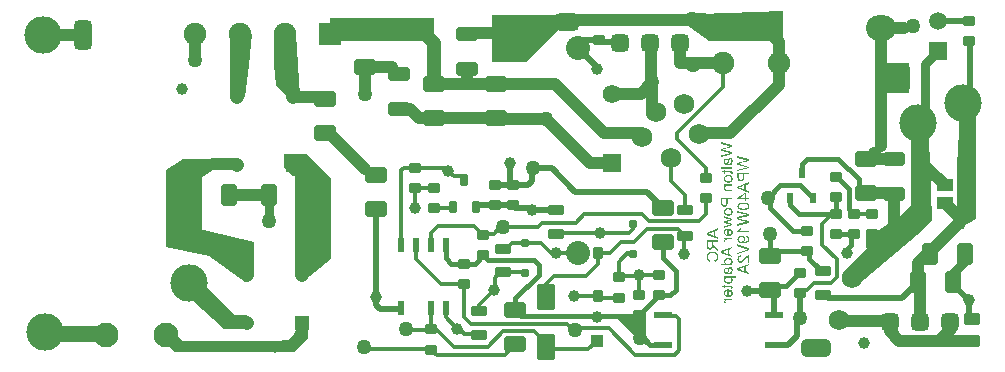
<source format=gbl>
G04*
G04 #@! TF.GenerationSoftware,Altium Limited,Altium Designer,19.0.15 (446)*
G04*
G04 Layer_Physical_Order=2*
G04 Layer_Color=16711680*
%FSLAX25Y25*%
%MOIN*%
G70*
G01*
G75*
%ADD13C,0.01000*%
%ADD46C,0.05937*%
%ADD47R,0.05937X0.05937*%
%ADD48C,0.07500*%
G04:AMPARAMS|DCode=49|XSize=98.43mil|YSize=59.06mil|CornerRadius=14.76mil|HoleSize=0mil|Usage=FLASHONLY|Rotation=0.000|XOffset=0mil|YOffset=0mil|HoleType=Round|Shape=RoundedRectangle|*
%AMROUNDEDRECTD49*
21,1,0.09843,0.02953,0,0,0.0*
21,1,0.06890,0.05906,0,0,0.0*
1,1,0.02953,0.03445,-0.01476*
1,1,0.02953,-0.03445,-0.01476*
1,1,0.02953,-0.03445,0.01476*
1,1,0.02953,0.03445,0.01476*
%
%ADD49ROUNDEDRECTD49*%
G04:AMPARAMS|DCode=50|XSize=78.74mil|YSize=59.06mil|CornerRadius=14.76mil|HoleSize=0mil|Usage=FLASHONLY|Rotation=0.000|XOffset=0mil|YOffset=0mil|HoleType=Round|Shape=RoundedRectangle|*
%AMROUNDEDRECTD50*
21,1,0.07874,0.02953,0,0,0.0*
21,1,0.04921,0.05906,0,0,0.0*
1,1,0.02953,0.02461,-0.01476*
1,1,0.02953,-0.02461,-0.01476*
1,1,0.02953,-0.02461,0.01476*
1,1,0.02953,0.02461,0.01476*
%
%ADD50ROUNDEDRECTD50*%
G04:AMPARAMS|DCode=51|XSize=59.06mil|YSize=98.43mil|CornerRadius=14.76mil|HoleSize=0mil|Usage=FLASHONLY|Rotation=0.000|XOffset=0mil|YOffset=0mil|HoleType=Round|Shape=RoundedRectangle|*
%AMROUNDEDRECTD51*
21,1,0.05906,0.06890,0,0,0.0*
21,1,0.02953,0.09843,0,0,0.0*
1,1,0.02953,0.01476,-0.03445*
1,1,0.02953,-0.01476,-0.03445*
1,1,0.02953,-0.01476,0.03445*
1,1,0.02953,0.01476,0.03445*
%
%ADD51ROUNDEDRECTD51*%
G04:AMPARAMS|DCode=52|XSize=60mil|YSize=98.43mil|CornerRadius=15mil|HoleSize=0mil|Usage=FLASHONLY|Rotation=0.000|XOffset=0mil|YOffset=0mil|HoleType=Round|Shape=RoundedRectangle|*
%AMROUNDEDRECTD52*
21,1,0.06000,0.06843,0,0,0.0*
21,1,0.03000,0.09843,0,0,0.0*
1,1,0.03000,0.01500,-0.03421*
1,1,0.03000,-0.01500,-0.03421*
1,1,0.03000,-0.01500,0.03421*
1,1,0.03000,0.01500,0.03421*
%
%ADD52ROUNDEDRECTD52*%
%ADD53C,0.06693*%
G04:AMPARAMS|DCode=54|XSize=60mil|YSize=70mil|CornerRadius=7.5mil|HoleSize=0mil|Usage=FLASHONLY|Rotation=180.000|XOffset=0mil|YOffset=0mil|HoleType=Round|Shape=RoundedRectangle|*
%AMROUNDEDRECTD54*
21,1,0.06000,0.05500,0,0,180.0*
21,1,0.04500,0.07000,0,0,180.0*
1,1,0.01500,-0.02250,0.02750*
1,1,0.01500,0.02250,0.02750*
1,1,0.01500,0.02250,-0.02750*
1,1,0.01500,-0.02250,-0.02750*
%
%ADD54ROUNDEDRECTD54*%
%ADD55O,0.06000X0.07000*%
G04:AMPARAMS|DCode=56|XSize=59.06mil|YSize=59.06mil|CornerRadius=14.76mil|HoleSize=0mil|Usage=FLASHONLY|Rotation=0.000|XOffset=0mil|YOffset=0mil|HoleType=Round|Shape=RoundedRectangle|*
%AMROUNDEDRECTD56*
21,1,0.05906,0.02953,0,0,0.0*
21,1,0.02953,0.05906,0,0,0.0*
1,1,0.02953,0.01476,-0.01476*
1,1,0.02953,-0.01476,-0.01476*
1,1,0.02953,-0.01476,0.01476*
1,1,0.02953,0.01476,0.01476*
%
%ADD56ROUNDEDRECTD56*%
%ADD57C,0.08000*%
%ADD58C,0.06201*%
%ADD59R,0.06201X0.06201*%
%ADD60C,0.06900*%
%ADD61C,0.07520*%
%ADD62R,0.07520X0.07520*%
%ADD63C,0.03937*%
%ADD64R,0.03937X0.03937*%
%ADD65C,0.04756*%
%ADD66R,0.04756X0.04756*%
%ADD67C,0.08268*%
%ADD68C,0.05000*%
G04:AMPARAMS|DCode=69|XSize=39.37mil|YSize=35.43mil|CornerRadius=4.43mil|HoleSize=0mil|Usage=FLASHONLY|Rotation=0.000|XOffset=0mil|YOffset=0mil|HoleType=Round|Shape=RoundedRectangle|*
%AMROUNDEDRECTD69*
21,1,0.03937,0.02657,0,0,0.0*
21,1,0.03051,0.03543,0,0,0.0*
1,1,0.00886,0.01526,-0.01329*
1,1,0.00886,-0.01526,-0.01329*
1,1,0.00886,-0.01526,0.01329*
1,1,0.00886,0.01526,0.01329*
%
%ADD69ROUNDEDRECTD69*%
%ADD70R,0.05512X0.04331*%
%ADD71R,0.02362X0.03347*%
G04:AMPARAMS|DCode=72|XSize=70.87mil|YSize=51.18mil|CornerRadius=6.4mil|HoleSize=0mil|Usage=FLASHONLY|Rotation=0.000|XOffset=0mil|YOffset=0mil|HoleType=Round|Shape=RoundedRectangle|*
%AMROUNDEDRECTD72*
21,1,0.07087,0.03839,0,0,0.0*
21,1,0.05807,0.05118,0,0,0.0*
1,1,0.01280,0.02904,-0.01919*
1,1,0.01280,-0.02904,-0.01919*
1,1,0.01280,-0.02904,0.01919*
1,1,0.01280,0.02904,0.01919*
%
%ADD72ROUNDEDRECTD72*%
G04:AMPARAMS|DCode=73|XSize=55.12mil|YSize=39.37mil|CornerRadius=4.92mil|HoleSize=0mil|Usage=FLASHONLY|Rotation=0.000|XOffset=0mil|YOffset=0mil|HoleType=Round|Shape=RoundedRectangle|*
%AMROUNDEDRECTD73*
21,1,0.05512,0.02953,0,0,0.0*
21,1,0.04528,0.03937,0,0,0.0*
1,1,0.00984,0.02264,-0.01476*
1,1,0.00984,-0.02264,-0.01476*
1,1,0.00984,-0.02264,0.01476*
1,1,0.00984,0.02264,0.01476*
%
%ADD73ROUNDEDRECTD73*%
G04:AMPARAMS|DCode=74|XSize=70.87mil|YSize=51.18mil|CornerRadius=6.4mil|HoleSize=0mil|Usage=FLASHONLY|Rotation=90.000|XOffset=0mil|YOffset=0mil|HoleType=Round|Shape=RoundedRectangle|*
%AMROUNDEDRECTD74*
21,1,0.07087,0.03839,0,0,90.0*
21,1,0.05807,0.05118,0,0,90.0*
1,1,0.01280,0.01919,0.02904*
1,1,0.01280,0.01919,-0.02904*
1,1,0.01280,-0.01919,-0.02904*
1,1,0.01280,-0.01919,0.02904*
%
%ADD74ROUNDEDRECTD74*%
G04:AMPARAMS|DCode=75|XSize=51.18mil|YSize=31.5mil|CornerRadius=3.94mil|HoleSize=0mil|Usage=FLASHONLY|Rotation=180.000|XOffset=0mil|YOffset=0mil|HoleType=Round|Shape=RoundedRectangle|*
%AMROUNDEDRECTD75*
21,1,0.05118,0.02362,0,0,180.0*
21,1,0.04331,0.03150,0,0,180.0*
1,1,0.00787,-0.02165,0.01181*
1,1,0.00787,0.02165,0.01181*
1,1,0.00787,0.02165,-0.01181*
1,1,0.00787,-0.02165,-0.01181*
%
%ADD75ROUNDEDRECTD75*%
G04:AMPARAMS|DCode=76|XSize=31.5mil|YSize=39.37mil|CornerRadius=3.94mil|HoleSize=0mil|Usage=FLASHONLY|Rotation=180.000|XOffset=0mil|YOffset=0mil|HoleType=Round|Shape=RoundedRectangle|*
%AMROUNDEDRECTD76*
21,1,0.03150,0.03150,0,0,180.0*
21,1,0.02362,0.03937,0,0,180.0*
1,1,0.00787,-0.01181,0.01575*
1,1,0.00787,0.01181,0.01575*
1,1,0.00787,0.01181,-0.01575*
1,1,0.00787,-0.01181,-0.01575*
%
%ADD76ROUNDEDRECTD76*%
G04:AMPARAMS|DCode=77|XSize=23.62mil|YSize=39.37mil|CornerRadius=2.95mil|HoleSize=0mil|Usage=FLASHONLY|Rotation=180.000|XOffset=0mil|YOffset=0mil|HoleType=Round|Shape=RoundedRectangle|*
%AMROUNDEDRECTD77*
21,1,0.02362,0.03347,0,0,180.0*
21,1,0.01772,0.03937,0,0,180.0*
1,1,0.00591,-0.00886,0.01673*
1,1,0.00591,0.00886,0.01673*
1,1,0.00591,0.00886,-0.01673*
1,1,0.00591,-0.00886,-0.01673*
%
%ADD77ROUNDEDRECTD77*%
%ADD78R,0.01968X0.04724*%
G04:AMPARAMS|DCode=79|XSize=86.61mil|YSize=59.06mil|CornerRadius=7.38mil|HoleSize=0mil|Usage=FLASHONLY|Rotation=270.000|XOffset=0mil|YOffset=0mil|HoleType=Round|Shape=RoundedRectangle|*
%AMROUNDEDRECTD79*
21,1,0.08661,0.04429,0,0,270.0*
21,1,0.07185,0.05906,0,0,270.0*
1,1,0.01476,-0.02215,-0.03593*
1,1,0.01476,-0.02215,0.03593*
1,1,0.01476,0.02215,0.03593*
1,1,0.01476,0.02215,-0.03593*
%
%ADD79ROUNDEDRECTD79*%
G04:AMPARAMS|DCode=80|XSize=70.87mil|YSize=45.28mil|CornerRadius=5.66mil|HoleSize=0mil|Usage=FLASHONLY|Rotation=0.000|XOffset=0mil|YOffset=0mil|HoleType=Round|Shape=RoundedRectangle|*
%AMROUNDEDRECTD80*
21,1,0.07087,0.03396,0,0,0.0*
21,1,0.05955,0.04528,0,0,0.0*
1,1,0.01132,0.02977,-0.01698*
1,1,0.01132,-0.02977,-0.01698*
1,1,0.01132,-0.02977,0.01698*
1,1,0.01132,0.02977,0.01698*
%
%ADD80ROUNDEDRECTD80*%
G04:AMPARAMS|DCode=81|XSize=53.15mil|YSize=31.5mil|CornerRadius=3.94mil|HoleSize=0mil|Usage=FLASHONLY|Rotation=0.000|XOffset=0mil|YOffset=0mil|HoleType=Round|Shape=RoundedRectangle|*
%AMROUNDEDRECTD81*
21,1,0.05315,0.02362,0,0,0.0*
21,1,0.04528,0.03150,0,0,0.0*
1,1,0.00787,0.02264,-0.01181*
1,1,0.00787,-0.02264,-0.01181*
1,1,0.00787,-0.02264,0.01181*
1,1,0.00787,0.02264,0.01181*
%
%ADD81ROUNDEDRECTD81*%
G04:AMPARAMS|DCode=82|XSize=23.62mil|YSize=27.56mil|CornerRadius=2.95mil|HoleSize=0mil|Usage=FLASHONLY|Rotation=270.000|XOffset=0mil|YOffset=0mil|HoleType=Round|Shape=RoundedRectangle|*
%AMROUNDEDRECTD82*
21,1,0.02362,0.02165,0,0,270.0*
21,1,0.01772,0.02756,0,0,270.0*
1,1,0.00591,-0.01083,-0.00886*
1,1,0.00591,-0.01083,0.00886*
1,1,0.00591,0.01083,0.00886*
1,1,0.00591,0.01083,-0.00886*
%
%ADD82ROUNDEDRECTD82*%
%ADD83R,0.05906X0.02362*%
%ADD84C,0.03937*%
%ADD85C,0.01968*%
%ADD86C,0.03150*%
%ADD87C,0.01394*%
%ADD88C,0.02126*%
%ADD89C,0.01575*%
%ADD90C,0.01378*%
%ADD91C,0.04724*%
%ADD92R,0.11024X0.10153*%
%ADD93R,0.12047X0.18307*%
%ADD94R,0.22441X0.05512*%
%ADD95C,0.12500*%
%ADD96O,0.10000X0.08500*%
G36*
X353150Y461811D02*
X318524D01*
X318563Y464173D01*
X318478Y469291D01*
X353150D01*
Y461811D01*
D02*
G37*
G36*
X469685Y461811D02*
X444957Y461811D01*
X433037Y470442D01*
X469685Y471783D01*
X469685Y461811D01*
D02*
G37*
G36*
X394882Y465748D02*
X383858Y454725D01*
X372638D01*
X372638Y470472D01*
X394882D01*
Y465748D01*
D02*
G37*
G36*
X291638Y453638D02*
X291429Y451141D01*
X290158Y442913D01*
X285433D01*
Y463779D01*
X292520Y464173D01*
X291638Y453638D01*
D02*
G37*
G36*
X307357Y464173D02*
X308661Y443307D01*
X304483Y442547D01*
X300758Y447100D01*
X300000Y453543D01*
Y464173D01*
X307357Y464173D01*
D02*
G37*
G36*
X318898Y416142D02*
X306272Y416563D01*
X303150Y419685D01*
X303150Y424016D01*
X311024D01*
X318898Y416142D01*
D02*
G37*
G36*
X287795Y418807D02*
X279732Y418807D01*
X263937Y408448D01*
X263937Y418807D01*
X269498Y422422D01*
X287795Y422835D01*
X287795Y418807D01*
D02*
G37*
G36*
X517913Y438386D02*
X519291Y401968D01*
X516142Y398819D01*
X494882Y380709D01*
X493581Y379600D01*
X489764Y384646D01*
X497736Y392618D01*
X497244Y393110D01*
Y396894D01*
X501575Y398819D01*
X507480Y402756D01*
X507452Y402334D01*
X512205Y407087D01*
Y432677D01*
X508661Y434646D01*
X511024Y439370D01*
X517913Y438386D01*
D02*
G37*
G36*
X533858Y438976D02*
Y402362D01*
X531496Y401181D01*
X527402Y399134D01*
X528568Y446382D01*
X533858Y438976D01*
D02*
G37*
G36*
X526378Y396457D02*
X520866D01*
X524016Y399606D01*
X526378Y396457D01*
D02*
G37*
G36*
X318898Y416142D02*
X318898Y388976D01*
X311811Y383465D01*
X307087D01*
Y416535D01*
X318898Y416142D01*
D02*
G37*
G36*
X293331Y394857D02*
Y384669D01*
X290158Y381496D01*
X278346Y390158D01*
X264004Y392913D01*
Y401822D01*
X293331Y394857D01*
D02*
G37*
G36*
X282677Y374409D02*
X286897Y370472D01*
X290945Y370472D01*
X290945Y365748D01*
X283201Y365748D01*
X268898Y378740D01*
X274803Y382283D01*
X282677Y374409D01*
D02*
G37*
G36*
X311417Y362795D02*
X306496Y357874D01*
X266929D01*
X262598Y362205D01*
X262863Y362470D01*
X262205Y362992D01*
X264862Y364469D01*
X265354Y364961D01*
X266142D01*
X269291Y361811D01*
X300394D01*
X304528Y362008D01*
X306693Y364173D01*
X308268Y367717D01*
X311417D01*
Y362795D01*
D02*
G37*
G36*
X424016Y360236D02*
X414961Y369291D01*
X414173D01*
X424016Y371850D01*
Y360236D01*
D02*
G37*
G36*
X448032Y398674D02*
X446867Y398259D01*
Y396644D01*
X448032Y396200D01*
Y395626D01*
X444188Y397188D01*
Y397744D01*
X448032Y399213D01*
Y398674D01*
D02*
G37*
G36*
Y394696D02*
X446323D01*
Y394041D01*
X446329Y393983D01*
Y393936D01*
X446335Y393895D01*
X446341Y393866D01*
Y393842D01*
X446347Y393831D01*
Y393825D01*
X446376Y393737D01*
X446411Y393667D01*
X446429Y393638D01*
X446440Y393614D01*
X446446Y393602D01*
X446452Y393597D01*
X446481Y393550D01*
X446522Y393509D01*
X446604Y393421D01*
X446645Y393392D01*
X446680Y393363D01*
X446703Y393345D01*
X446709Y393339D01*
X446785Y393281D01*
X446867Y393222D01*
X446955Y393158D01*
X447043Y393099D01*
X447119Y393047D01*
X447177Y393006D01*
X447201Y392994D01*
X447218Y392982D01*
X447230Y392971D01*
X447236D01*
X448032Y392462D01*
Y391824D01*
X446990Y392491D01*
X446879Y392567D01*
X446780Y392643D01*
X446692Y392713D01*
X446616Y392778D01*
X446557Y392830D01*
X446511Y392871D01*
X446487Y392900D01*
X446475Y392912D01*
X446440Y392953D01*
X446405Y393006D01*
X446341Y393105D01*
X446317Y393146D01*
X446300Y393181D01*
X446288Y393205D01*
X446282Y393216D01*
X446265Y393117D01*
X446247Y393023D01*
X446224Y392936D01*
X446195Y392860D01*
X446165Y392783D01*
X446136Y392719D01*
X446107Y392655D01*
X446078Y392602D01*
X446048Y392555D01*
X446025Y392514D01*
X445996Y392479D01*
X445978Y392450D01*
X445955Y392432D01*
X445943Y392415D01*
X445931Y392403D01*
X445879Y392356D01*
X445820Y392316D01*
X445703Y392245D01*
X445592Y392198D01*
X445481Y392169D01*
X445387Y392146D01*
X445346Y392140D01*
X445311D01*
X445282Y392134D01*
X445259D01*
X445247D01*
X445241D01*
X445124Y392140D01*
X445019Y392158D01*
X444919Y392187D01*
X444832Y392216D01*
X444761Y392245D01*
X444709Y392274D01*
X444674Y392292D01*
X444662Y392298D01*
X444568Y392362D01*
X444492Y392432D01*
X444428Y392503D01*
X444381Y392573D01*
X444340Y392631D01*
X444311Y392678D01*
X444299Y392713D01*
X444293Y392719D01*
Y392725D01*
X444276Y392778D01*
X444258Y392836D01*
X444235Y392959D01*
X444211Y393088D01*
X444200Y393211D01*
X444194Y393327D01*
Y393374D01*
X444188Y393421D01*
Y395205D01*
X448032D01*
Y394696D01*
D02*
G37*
G36*
X446288Y391479D02*
X446475Y391456D01*
X446651Y391420D01*
X446733Y391403D01*
X446803Y391385D01*
X446873Y391368D01*
X446932Y391350D01*
X446984Y391333D01*
X447031Y391315D01*
X447066Y391303D01*
X447090Y391292D01*
X447107Y391286D01*
X447113D01*
X447283Y391204D01*
X447429Y391105D01*
X447558Y391011D01*
X447657Y390912D01*
X447739Y390830D01*
X447797Y390759D01*
X447815Y390730D01*
X447833Y390713D01*
X447838Y390701D01*
X447844Y390695D01*
X447891Y390619D01*
X447926Y390537D01*
X447991Y390373D01*
X448032Y390204D01*
X448067Y390040D01*
X448072Y389970D01*
X448084Y389899D01*
X448090Y389841D01*
Y389788D01*
X448096Y389741D01*
Y389683D01*
X448090Y389572D01*
X448084Y389467D01*
X448043Y389274D01*
X448020Y389186D01*
X447991Y389098D01*
X447961Y389022D01*
X447932Y388952D01*
X447903Y388887D01*
X447873Y388835D01*
X447844Y388788D01*
X447821Y388747D01*
X447797Y388712D01*
X447780Y388688D01*
X447774Y388677D01*
X447768Y388671D01*
X447704Y388595D01*
X447634Y388525D01*
X447482Y388408D01*
X447324Y388302D01*
X447166Y388226D01*
X447095Y388191D01*
X447031Y388168D01*
X446967Y388144D01*
X446920Y388121D01*
X446873Y388109D01*
X446844Y388098D01*
X446821Y388092D01*
X446815D01*
X446686Y388601D01*
X446856Y388648D01*
X447008Y388706D01*
X447131Y388776D01*
X447236Y388841D01*
X447312Y388905D01*
X447370Y388958D01*
X447406Y388993D01*
X447411Y388999D01*
X447417Y389004D01*
X447499Y389121D01*
X447558Y389238D01*
X447604Y389361D01*
X447634Y389472D01*
X447651Y389572D01*
X447657Y389619D01*
Y389654D01*
X447663Y389683D01*
Y389724D01*
X447657Y389853D01*
X447634Y389976D01*
X447604Y390087D01*
X447575Y390180D01*
X447540Y390262D01*
X447517Y390326D01*
X447505Y390350D01*
X447493Y390367D01*
X447487Y390373D01*
Y390379D01*
X447411Y390484D01*
X447324Y390572D01*
X447236Y390648D01*
X447142Y390713D01*
X447066Y390759D01*
X446996Y390789D01*
X446973Y390800D01*
X446955Y390812D01*
X446943Y390818D01*
X446938D01*
X446797Y390865D01*
X446651Y390900D01*
X446505Y390923D01*
X446370Y390941D01*
X446312Y390947D01*
X446259Y390952D01*
X446206D01*
X446165Y390958D01*
X446130D01*
X446107D01*
X446089D01*
X446083D01*
X445943Y390952D01*
X445809Y390941D01*
X445686Y390923D01*
X445575Y390900D01*
X445481Y390876D01*
X445440Y390870D01*
X445411Y390859D01*
X445381Y390853D01*
X445364Y390847D01*
X445352Y390841D01*
X445346D01*
X445218Y390789D01*
X445101Y390724D01*
X445007Y390654D01*
X444925Y390590D01*
X444861Y390525D01*
X444814Y390473D01*
X444785Y390438D01*
X444773Y390432D01*
Y390426D01*
X444703Y390309D01*
X444650Y390186D01*
X444609Y390063D01*
X444586Y389946D01*
X444568Y389841D01*
X444562Y389800D01*
Y389759D01*
X444557Y389730D01*
Y389689D01*
X444562Y389548D01*
X444586Y389426D01*
X444615Y389314D01*
X444650Y389227D01*
X444691Y389151D01*
X444720Y389098D01*
X444744Y389063D01*
X444750Y389051D01*
X444832Y388958D01*
X444925Y388881D01*
X445030Y388811D01*
X445130Y388759D01*
X445218Y388718D01*
X445259Y388700D01*
X445294Y388683D01*
X445323Y388671D01*
X445346Y388665D01*
X445358Y388659D01*
X445364D01*
X445247Y388156D01*
X445060Y388226D01*
X444972Y388267D01*
X444896Y388308D01*
X444820Y388355D01*
X444750Y388402D01*
X444691Y388443D01*
X444633Y388490D01*
X444586Y388530D01*
X444545Y388572D01*
X444504Y388612D01*
X444475Y388642D01*
X444451Y388671D01*
X444434Y388688D01*
X444428Y388700D01*
X444422Y388706D01*
X444369Y388782D01*
X444323Y388858D01*
X444282Y388940D01*
X444247Y389022D01*
X444194Y389186D01*
X444159Y389338D01*
X444147Y389408D01*
X444141Y389472D01*
X444135Y389531D01*
X444130Y389578D01*
X444124Y389619D01*
Y389677D01*
X444135Y389864D01*
X444159Y390040D01*
X444200Y390198D01*
X444217Y390268D01*
X444241Y390332D01*
X444264Y390391D01*
X444282Y390449D01*
X444305Y390496D01*
X444323Y390531D01*
X444334Y390566D01*
X444346Y390590D01*
X444358Y390601D01*
Y390607D01*
X444451Y390754D01*
X444562Y390888D01*
X444674Y390999D01*
X444785Y391087D01*
X444884Y391163D01*
X444925Y391192D01*
X444960Y391216D01*
X444995Y391233D01*
X445019Y391245D01*
X445030Y391257D01*
X445036D01*
X445206Y391333D01*
X445387Y391391D01*
X445563Y391426D01*
X445727Y391456D01*
X445803Y391467D01*
X445867Y391473D01*
X445931Y391479D01*
X445984D01*
X446025Y391485D01*
X446054D01*
X446078D01*
X446083D01*
X446288Y391479D01*
D02*
G37*
G36*
X458268Y422222D02*
Y421690D01*
X455343Y420883D01*
X455267Y420865D01*
X455191Y420842D01*
X455120Y420824D01*
X455044Y420807D01*
X454986Y420789D01*
X454933Y420777D01*
X454904Y420765D01*
X454892D01*
X454910Y420760D01*
X454933Y420754D01*
X454998Y420736D01*
X455068Y420719D01*
X455150Y420695D01*
X455220Y420678D01*
X455284Y420660D01*
X455308Y420654D01*
X455325Y420648D01*
X455337Y420643D01*
X455343D01*
X458268Y419835D01*
Y419338D01*
X454424Y418291D01*
Y418806D01*
X456899Y419403D01*
X457068Y419443D01*
X457226Y419484D01*
X457373Y419514D01*
X457495Y419543D01*
X457548Y419555D01*
X457595Y419566D01*
X457636Y419572D01*
X457671Y419584D01*
X457700Y419590D01*
X457718D01*
X457729Y419595D01*
X457735D01*
X457495Y419636D01*
X457256Y419683D01*
X457022Y419736D01*
X456916Y419759D01*
X456817Y419783D01*
X456723Y419806D01*
X456636Y419824D01*
X456560Y419847D01*
X456495Y419859D01*
X456442Y419876D01*
X456407Y419882D01*
X456378Y419894D01*
X456372D01*
X454424Y420444D01*
Y421058D01*
X457022Y421789D01*
X457045Y421795D01*
X457080Y421801D01*
X457127Y421813D01*
X457174Y421824D01*
X457291Y421854D01*
X457414Y421883D01*
X457537Y421918D01*
X457589Y421930D01*
X457636Y421941D01*
X457677Y421953D01*
X457706Y421959D01*
X457729Y421965D01*
X457735D01*
X457589Y421994D01*
X457449Y422017D01*
X457314Y422047D01*
X457197Y422070D01*
X457098Y422093D01*
X457057Y422105D01*
X457016Y422111D01*
X456992Y422117D01*
X456969Y422123D01*
X456957Y422128D01*
X456952D01*
X454424Y422708D01*
Y423228D01*
X458268Y422222D01*
D02*
G37*
G36*
Y417302D02*
X456700D01*
Y416320D01*
X456694Y416173D01*
X456688Y416039D01*
X456671Y415916D01*
X456647Y415799D01*
X456624Y415699D01*
X456595Y415606D01*
X456565Y415524D01*
X456530Y415454D01*
X456501Y415389D01*
X456472Y415337D01*
X456442Y415296D01*
X456419Y415255D01*
X456396Y415231D01*
X456378Y415214D01*
X456372Y415202D01*
X456366Y415196D01*
X456302Y415138D01*
X456232Y415091D01*
X456162Y415050D01*
X456091Y415015D01*
X455957Y414957D01*
X455822Y414921D01*
X455764Y414904D01*
X455711Y414898D01*
X455659Y414892D01*
X455618Y414886D01*
X455583Y414880D01*
X455559D01*
X455542D01*
X455536D01*
X455431Y414886D01*
X455331Y414898D01*
X455243Y414916D01*
X455167Y414939D01*
X455103Y414962D01*
X455056Y414980D01*
X455027Y414992D01*
X455015Y414997D01*
X454927Y415044D01*
X454857Y415097D01*
X454793Y415149D01*
X454740Y415196D01*
X454699Y415237D01*
X454670Y415272D01*
X454652Y415302D01*
X454647Y415307D01*
X454600Y415383D01*
X454559Y415465D01*
X454530Y415541D01*
X454506Y415618D01*
X454489Y415682D01*
X454477Y415734D01*
X454465Y415770D01*
Y415781D01*
X454454Y415863D01*
X454442Y415957D01*
X454436Y416056D01*
X454430Y416150D01*
X454424Y416238D01*
Y417811D01*
X458268D01*
Y417302D01*
D02*
G37*
G36*
Y414114D02*
X457104Y413699D01*
Y412084D01*
X458268Y411639D01*
Y411066D01*
X454424Y412628D01*
Y413184D01*
X458268Y414652D01*
Y414114D01*
D02*
G37*
G36*
X457349Y409335D02*
X458268D01*
Y408861D01*
X457349D01*
Y408340D01*
X456916D01*
Y408861D01*
X454430D01*
Y409247D01*
X456916Y411002D01*
X457349D01*
Y409335D01*
D02*
G37*
G36*
X456565Y407855D02*
X456753Y407843D01*
X456916Y407825D01*
X457074Y407802D01*
X457215Y407773D01*
X457343Y407743D01*
X457460Y407708D01*
X457560Y407673D01*
X457654Y407638D01*
X457729Y407603D01*
X457794Y407574D01*
X457846Y407545D01*
X457888Y407521D01*
X457917Y407504D01*
X457934Y407492D01*
X457940Y407486D01*
X458010Y407422D01*
X458069Y407357D01*
X458121Y407287D01*
X458168Y407211D01*
X458203Y407141D01*
X458239Y407065D01*
X458285Y406924D01*
X458297Y406860D01*
X458309Y406802D01*
X458320Y406749D01*
X458326Y406702D01*
X458332Y406661D01*
Y406608D01*
X458320Y406456D01*
X458297Y406322D01*
X458262Y406205D01*
X458221Y406100D01*
X458180Y406024D01*
X458145Y405959D01*
X458127Y405942D01*
X458121Y405924D01*
X458110Y405918D01*
Y405912D01*
X458016Y405813D01*
X457911Y405731D01*
X457806Y405661D01*
X457700Y405602D01*
X457607Y405555D01*
X457572Y405538D01*
X457537Y405520D01*
X457507Y405509D01*
X457484Y405503D01*
X457472Y405497D01*
X457466D01*
X457384Y405474D01*
X457303Y405450D01*
X457121Y405415D01*
X456940Y405392D01*
X456764Y405374D01*
X456682Y405368D01*
X456606Y405362D01*
X456542D01*
X456484Y405357D01*
X456437D01*
X456402D01*
X456378D01*
X456372D01*
X456168Y405362D01*
X456080D01*
X455992Y405368D01*
X455910Y405374D01*
X455834Y405386D01*
X455770Y405392D01*
X455705Y405398D01*
X455653Y405409D01*
X455600Y405415D01*
X455559Y405421D01*
X455530Y405433D01*
X455501Y405439D01*
X455483D01*
X455471Y405444D01*
X455466D01*
X455343Y405479D01*
X455232Y405520D01*
X455132Y405561D01*
X455050Y405596D01*
X454986Y405632D01*
X454933Y405661D01*
X454904Y405678D01*
X454892Y405684D01*
X454810Y405743D01*
X454740Y405807D01*
X454676Y405871D01*
X454623Y405930D01*
X454588Y405988D01*
X454559Y406029D01*
X454541Y406059D01*
X454535Y406070D01*
X454494Y406158D01*
X454459Y406252D01*
X454436Y406345D01*
X454424Y406427D01*
X454413Y406497D01*
X454407Y406556D01*
Y406608D01*
X454418Y406761D01*
X454442Y406895D01*
X454477Y407018D01*
X454518Y407118D01*
X454565Y407199D01*
X454600Y407258D01*
X454611Y407281D01*
X454623Y407299D01*
X454635Y407305D01*
Y407310D01*
X454729Y407410D01*
X454828Y407492D01*
X454933Y407562D01*
X455038Y407621D01*
X455132Y407667D01*
X455173Y407685D01*
X455208Y407697D01*
X455237Y407708D01*
X455261Y407720D01*
X455272Y407726D01*
X455278D01*
X455360Y407749D01*
X455442Y407773D01*
X455623Y407802D01*
X455805Y407825D01*
X455980Y407843D01*
X456062Y407849D01*
X456138Y407855D01*
X456203D01*
X456261Y407860D01*
X456308D01*
X456343D01*
X456366D01*
X456372D01*
X456565Y407855D01*
D02*
G37*
G36*
X458268Y404029D02*
Y403496D01*
X455343Y402689D01*
X455267Y402671D01*
X455191Y402648D01*
X455120Y402631D01*
X455044Y402613D01*
X454986Y402595D01*
X454933Y402584D01*
X454904Y402572D01*
X454892D01*
X454910Y402566D01*
X454933Y402560D01*
X454998Y402543D01*
X455068Y402525D01*
X455150Y402502D01*
X455220Y402484D01*
X455284Y402467D01*
X455308Y402461D01*
X455325Y402455D01*
X455337Y402449D01*
X455343D01*
X458268Y401642D01*
Y401145D01*
X454424Y400097D01*
Y400612D01*
X456899Y401209D01*
X457068Y401250D01*
X457226Y401291D01*
X457373Y401320D01*
X457495Y401349D01*
X457548Y401361D01*
X457595Y401373D01*
X457636Y401379D01*
X457671Y401390D01*
X457700Y401396D01*
X457718D01*
X457729Y401402D01*
X457735D01*
X457495Y401443D01*
X457256Y401490D01*
X457022Y401542D01*
X456916Y401566D01*
X456817Y401589D01*
X456723Y401613D01*
X456636Y401630D01*
X456560Y401653D01*
X456495Y401665D01*
X456442Y401683D01*
X456407Y401689D01*
X456378Y401700D01*
X456372D01*
X454424Y402250D01*
Y402865D01*
X457022Y403596D01*
X457045Y403602D01*
X457080Y403608D01*
X457127Y403619D01*
X457174Y403631D01*
X457291Y403660D01*
X457414Y403689D01*
X457537Y403724D01*
X457589Y403736D01*
X457636Y403748D01*
X457677Y403759D01*
X457706Y403765D01*
X457729Y403771D01*
X457735D01*
X457589Y403800D01*
X457449Y403824D01*
X457314Y403853D01*
X457197Y403876D01*
X457098Y403900D01*
X457057Y403912D01*
X457016Y403918D01*
X456992Y403923D01*
X456969Y403929D01*
X456957Y403935D01*
X456952D01*
X454424Y404514D01*
Y405035D01*
X458268Y404029D01*
D02*
G37*
G36*
X455799Y399366D02*
X455758Y399278D01*
X455723Y399197D01*
X455682Y399120D01*
X455647Y399056D01*
X455618Y399004D01*
X455594Y398968D01*
X455588Y398963D01*
Y398957D01*
X455530Y398857D01*
X455466Y398769D01*
X455413Y398693D01*
X455360Y398629D01*
X455319Y398576D01*
X455290Y398535D01*
X455267Y398512D01*
X455261Y398506D01*
X458268D01*
Y398032D01*
X454407D01*
Y398342D01*
X454500Y398395D01*
X454594Y398460D01*
X454682Y398530D01*
X454764Y398600D01*
X454828Y398664D01*
X454881Y398717D01*
X454916Y398752D01*
X454921Y398758D01*
X454927Y398764D01*
X455021Y398875D01*
X455109Y398992D01*
X455185Y399109D01*
X455249Y399214D01*
X455302Y399308D01*
X455319Y399349D01*
X455337Y399384D01*
X455354Y399407D01*
X455366Y399430D01*
X455372Y399442D01*
Y399448D01*
X455834D01*
X455799Y399366D01*
D02*
G37*
G36*
X455811Y396821D02*
X455910Y396816D01*
X455998Y396798D01*
X456086Y396775D01*
X456168Y396751D01*
X456244Y396722D01*
X456314Y396693D01*
X456372Y396663D01*
X456431Y396634D01*
X456478Y396605D01*
X456519Y396576D01*
X456554Y396552D01*
X456583Y396529D01*
X456601Y396511D01*
X456612Y396505D01*
X456618Y396500D01*
X456676Y396435D01*
X456729Y396371D01*
X456776Y396301D01*
X456817Y396236D01*
X456852Y396166D01*
X456881Y396102D01*
X456922Y395973D01*
X456946Y395862D01*
X456952Y395815D01*
X456957Y395774D01*
X456963Y395739D01*
Y395692D01*
X456957Y395587D01*
X456940Y395488D01*
X456922Y395400D01*
X456893Y395324D01*
X456870Y395259D01*
X456852Y395207D01*
X456835Y395178D01*
X456829Y395166D01*
X456770Y395078D01*
X456712Y395002D01*
X456647Y394932D01*
X456589Y394879D01*
X456542Y394832D01*
X456495Y394803D01*
X456472Y394780D01*
X456460Y394774D01*
X456501D01*
X456530D01*
X456548D01*
X456554D01*
X456665D01*
X456770Y394786D01*
X456864Y394797D01*
X456952Y394809D01*
X457027Y394821D01*
X457086Y394832D01*
X457104Y394838D01*
X457121D01*
X457127Y394844D01*
X457133D01*
X457232Y394873D01*
X457320Y394903D01*
X457396Y394932D01*
X457460Y394955D01*
X457513Y394985D01*
X457554Y395002D01*
X457577Y395014D01*
X457583Y395020D01*
X457642Y395061D01*
X457694Y395107D01*
X457741Y395148D01*
X457776Y395195D01*
X457806Y395230D01*
X457829Y395259D01*
X457841Y395283D01*
X457846Y395289D01*
X457882Y395353D01*
X457905Y395417D01*
X457923Y395482D01*
X457934Y395540D01*
X457940Y395593D01*
X457946Y395634D01*
Y395669D01*
X457940Y395763D01*
X457923Y395845D01*
X457899Y395915D01*
X457876Y395973D01*
X457852Y396026D01*
X457829Y396061D01*
X457811Y396084D01*
X457806Y396090D01*
X457747Y396149D01*
X457671Y396196D01*
X457595Y396231D01*
X457519Y396260D01*
X457455Y396283D01*
X457396Y396295D01*
X457373Y396301D01*
X457355Y396307D01*
X457349D01*
X457343D01*
X457378Y396757D01*
X457542Y396728D01*
X457683Y396681D01*
X457806Y396628D01*
X457905Y396570D01*
X457981Y396511D01*
X458040Y396465D01*
X458075Y396429D01*
X458080Y396424D01*
X458086Y396418D01*
X458168Y396301D01*
X458227Y396184D01*
X458274Y396061D01*
X458303Y395944D01*
X458320Y395839D01*
X458326Y395792D01*
Y395757D01*
X458332Y395722D01*
Y395681D01*
X458320Y395529D01*
X458297Y395382D01*
X458262Y395259D01*
X458221Y395148D01*
X458180Y395061D01*
X458162Y395025D01*
X458145Y394996D01*
X458127Y394967D01*
X458121Y394949D01*
X458110Y394944D01*
Y394938D01*
X458016Y394827D01*
X457911Y394733D01*
X457800Y394651D01*
X457689Y394581D01*
X457595Y394528D01*
X457554Y394511D01*
X457513Y394493D01*
X457484Y394481D01*
X457460Y394470D01*
X457449Y394464D01*
X457443D01*
X457355Y394435D01*
X457267Y394411D01*
X457074Y394370D01*
X456875Y394341D01*
X456688Y394318D01*
X456601Y394312D01*
X456524Y394306D01*
X456448D01*
X456390Y394300D01*
X456337D01*
X456302D01*
X456273D01*
X456267D01*
X456138D01*
X456015Y394306D01*
X455904Y394318D01*
X455799Y394323D01*
X455705Y394335D01*
X455618Y394353D01*
X455536Y394364D01*
X455466Y394382D01*
X455401Y394399D01*
X455343Y394411D01*
X455296Y394423D01*
X455261Y394441D01*
X455232Y394446D01*
X455208Y394458D01*
X455197Y394464D01*
X455191D01*
X455056Y394528D01*
X454939Y394604D01*
X454846Y394686D01*
X454758Y394762D01*
X454693Y394832D01*
X454647Y394885D01*
X454635Y394908D01*
X454623Y394926D01*
X454611Y394932D01*
Y394938D01*
X454541Y395055D01*
X454494Y395178D01*
X454459Y395289D01*
X454430Y395394D01*
X454418Y395488D01*
X454413Y395529D01*
Y395558D01*
X454407Y395587D01*
Y395622D01*
X454413Y395716D01*
X454424Y395809D01*
X454442Y395897D01*
X454459Y395979D01*
X454518Y396125D01*
X454553Y396190D01*
X454582Y396248D01*
X454617Y396307D01*
X454652Y396354D01*
X454682Y396394D01*
X454705Y396424D01*
X454729Y396453D01*
X454746Y396470D01*
X454758Y396482D01*
X454764Y396488D01*
X454834Y396547D01*
X454904Y396599D01*
X454980Y396646D01*
X455062Y396681D01*
X455138Y396716D01*
X455220Y396745D01*
X455366Y396786D01*
X455436Y396798D01*
X455501Y396810D01*
X455559Y396816D01*
X455606Y396821D01*
X455647Y396827D01*
X455682D01*
X455700D01*
X455705D01*
X455811Y396821D01*
D02*
G37*
G36*
X458268Y392557D02*
Y392036D01*
X454424Y390533D01*
Y391048D01*
X457215Y392089D01*
X457332Y392130D01*
X457449Y392171D01*
X457554Y392206D01*
X457648Y392235D01*
X457729Y392258D01*
X457794Y392276D01*
X457817Y392282D01*
X457835Y392288D01*
X457841Y392294D01*
X457846D01*
X457624Y392358D01*
X457519Y392393D01*
X457419Y392428D01*
X457338Y392457D01*
X457273Y392475D01*
X457250Y392487D01*
X457232Y392493D01*
X457221Y392498D01*
X457215D01*
X454424Y393493D01*
Y394049D01*
X458268Y392557D01*
D02*
G37*
G36*
Y387783D02*
X457817D01*
Y389673D01*
X457724Y389608D01*
X457648Y389544D01*
X457613Y389515D01*
X457589Y389491D01*
X457572Y389480D01*
X457566Y389474D01*
X457537Y389445D01*
X457507Y389415D01*
X457437Y389339D01*
X457355Y389246D01*
X457273Y389158D01*
X457197Y389070D01*
X457139Y389000D01*
X457115Y388971D01*
X457098Y388947D01*
X457086Y388936D01*
X457080Y388930D01*
X456998Y388836D01*
X456928Y388754D01*
X456858Y388672D01*
X456793Y388602D01*
X456729Y388538D01*
X456676Y388479D01*
X456624Y388421D01*
X456577Y388374D01*
X456536Y388333D01*
X456501Y388298D01*
X456448Y388245D01*
X456413Y388216D01*
X456402Y388204D01*
X456308Y388128D01*
X456226Y388058D01*
X456144Y388005D01*
X456074Y387965D01*
X456015Y387929D01*
X455974Y387906D01*
X455945Y387894D01*
X455934Y387889D01*
X455852Y387853D01*
X455770Y387830D01*
X455694Y387812D01*
X455623Y387801D01*
X455565Y387795D01*
X455518Y387789D01*
X455489D01*
X455477D01*
X455395Y387795D01*
X455313Y387801D01*
X455167Y387842D01*
X455038Y387894D01*
X454927Y387953D01*
X454840Y388011D01*
X454805Y388041D01*
X454769Y388064D01*
X454746Y388087D01*
X454729Y388105D01*
X454723Y388111D01*
X454717Y388117D01*
X454664Y388181D01*
X454611Y388245D01*
X454570Y388316D01*
X454535Y388392D01*
X454483Y388538D01*
X454448Y388678D01*
X454430Y388743D01*
X454424Y388801D01*
X454418Y388854D01*
X454413Y388901D01*
X454407Y388942D01*
Y388994D01*
X454413Y389094D01*
X454418Y389187D01*
X454454Y389363D01*
X454471Y389439D01*
X454494Y389515D01*
X454524Y389579D01*
X454547Y389638D01*
X454576Y389690D01*
X454600Y389737D01*
X454629Y389778D01*
X454647Y389813D01*
X454664Y389837D01*
X454682Y389854D01*
X454688Y389866D01*
X454693Y389872D01*
X454752Y389930D01*
X454810Y389977D01*
X454945Y390065D01*
X455080Y390129D01*
X455214Y390176D01*
X455331Y390211D01*
X455384Y390217D01*
X455431Y390229D01*
X455466Y390234D01*
X455495Y390240D01*
X455512D01*
X455518D01*
X455571Y389755D01*
X455442Y389743D01*
X455331Y389720D01*
X455237Y389690D01*
X455156Y389649D01*
X455091Y389614D01*
X455044Y389579D01*
X455021Y389556D01*
X455009Y389550D01*
X454939Y389468D01*
X454886Y389380D01*
X454851Y389287D01*
X454822Y389199D01*
X454810Y389123D01*
X454805Y389064D01*
X454799Y389041D01*
Y389006D01*
X454805Y388889D01*
X454828Y388784D01*
X454857Y388696D01*
X454892Y388620D01*
X454933Y388561D01*
X454962Y388514D01*
X454986Y388491D01*
X454992Y388479D01*
X455068Y388409D01*
X455150Y388362D01*
X455226Y388327D01*
X455302Y388298D01*
X455366Y388286D01*
X455419Y388281D01*
X455454Y388275D01*
X455460D01*
X455466D01*
X455565Y388286D01*
X455670Y388310D01*
X455764Y388345D01*
X455852Y388386D01*
X455928Y388427D01*
X455986Y388462D01*
X456010Y388474D01*
X456027Y388485D01*
X456033Y388497D01*
X456039D01*
X456097Y388544D01*
X456162Y388596D01*
X456226Y388655D01*
X456290Y388725D01*
X456425Y388865D01*
X456560Y389006D01*
X456671Y389135D01*
X456723Y389193D01*
X456764Y389246D01*
X456805Y389287D01*
X456829Y389316D01*
X456846Y389339D01*
X456852Y389345D01*
X456975Y389486D01*
X457086Y389614D01*
X457186Y389720D01*
X457267Y389807D01*
X457338Y389878D01*
X457390Y389924D01*
X457425Y389953D01*
X457431Y389965D01*
X457437D01*
X457531Y390041D01*
X457618Y390100D01*
X457706Y390158D01*
X457782Y390199D01*
X457852Y390234D01*
X457899Y390258D01*
X457934Y390269D01*
X457940Y390275D01*
X457946D01*
X458005Y390293D01*
X458063Y390310D01*
X458116Y390316D01*
X458162Y390322D01*
X458203Y390328D01*
X458239D01*
X458262D01*
X458268D01*
Y387783D01*
D02*
G37*
G36*
Y386970D02*
X457104Y386555D01*
Y384940D01*
X458268Y384495D01*
Y383922D01*
X454424Y385484D01*
Y386040D01*
X458268Y387508D01*
Y386970D01*
D02*
G37*
G36*
X452756Y426947D02*
Y426414D01*
X449831Y425607D01*
X449755Y425589D01*
X449679Y425566D01*
X449609Y425548D01*
X449533Y425531D01*
X449474Y425513D01*
X449421Y425502D01*
X449392Y425490D01*
X449380D01*
X449398Y425484D01*
X449421Y425478D01*
X449486Y425461D01*
X449556Y425443D01*
X449638Y425420D01*
X449708Y425402D01*
X449772Y425385D01*
X449796Y425379D01*
X449813Y425373D01*
X449825Y425367D01*
X449831D01*
X452756Y424560D01*
Y424062D01*
X448912Y423015D01*
Y423530D01*
X451387Y424127D01*
X451557Y424168D01*
X451715Y424209D01*
X451861Y424238D01*
X451984Y424267D01*
X452036Y424279D01*
X452083Y424291D01*
X452124Y424297D01*
X452159Y424308D01*
X452188Y424314D01*
X452206D01*
X452218Y424320D01*
X452224D01*
X451984Y424361D01*
X451744Y424408D01*
X451510Y424460D01*
X451405Y424484D01*
X451305Y424507D01*
X451212Y424531D01*
X451124Y424548D01*
X451048Y424572D01*
X450983Y424583D01*
X450931Y424601D01*
X450896Y424607D01*
X450866Y424618D01*
X450861D01*
X448912Y425168D01*
Y425782D01*
X451510Y426514D01*
X451533Y426519D01*
X451568Y426525D01*
X451615Y426537D01*
X451662Y426549D01*
X451779Y426578D01*
X451902Y426607D01*
X452025Y426642D01*
X452077Y426654D01*
X452124Y426666D01*
X452165Y426678D01*
X452194Y426683D01*
X452218Y426689D01*
X452224D01*
X452077Y426718D01*
X451937Y426742D01*
X451802Y426771D01*
X451685Y426794D01*
X451586Y426818D01*
X451545Y426830D01*
X451504Y426835D01*
X451481Y426841D01*
X451457Y426847D01*
X451445Y426853D01*
X451440D01*
X448912Y427432D01*
Y427953D01*
X452756Y426947D01*
D02*
G37*
G36*
X452147Y422746D02*
X452264Y422717D01*
X452358Y422682D01*
X452440Y422635D01*
X452510Y422588D01*
X452557Y422553D01*
X452586Y422524D01*
X452598Y422512D01*
X452674Y422413D01*
X452727Y422296D01*
X452768Y422185D01*
X452791Y422068D01*
X452809Y421968D01*
X452814Y421921D01*
Y421886D01*
X452820Y421851D01*
Y421810D01*
X452814Y421705D01*
X452803Y421611D01*
X452791Y421524D01*
X452774Y421442D01*
X452756Y421377D01*
X452738Y421331D01*
X452733Y421301D01*
X452727Y421290D01*
X452686Y421196D01*
X452639Y421108D01*
X452586Y421021D01*
X452528Y420944D01*
X452481Y420874D01*
X452440Y420827D01*
X452417Y420792D01*
X452405Y420781D01*
X452481Y420769D01*
X452545Y420757D01*
X452604Y420746D01*
X452657Y420728D01*
X452697Y420711D01*
X452733Y420699D01*
X452750Y420693D01*
X452756Y420687D01*
Y420196D01*
X452639Y420248D01*
X452580Y420272D01*
X452534Y420289D01*
X452493Y420301D01*
X452458Y420307D01*
X452434Y420313D01*
X452428D01*
X452387Y420319D01*
X452341Y420324D01*
X452288D01*
X452224Y420330D01*
X452089Y420336D01*
X451943D01*
X451808Y420342D01*
X451750D01*
X451697D01*
X451656D01*
X451621D01*
X451598D01*
X451592D01*
X450960D01*
X450849D01*
X450761Y420348D01*
X450685Y420354D01*
X450627D01*
X450580Y420360D01*
X450551Y420365D01*
X450533Y420371D01*
X450527D01*
X450457Y420389D01*
X450392Y420412D01*
X450340Y420435D01*
X450293Y420459D01*
X450252Y420482D01*
X450229Y420500D01*
X450211Y420512D01*
X450205Y420517D01*
X450159Y420564D01*
X450118Y420611D01*
X450082Y420670D01*
X450053Y420722D01*
X450030Y420769D01*
X450006Y420810D01*
X450001Y420833D01*
X449995Y420845D01*
X449965Y420933D01*
X449942Y421026D01*
X449930Y421126D01*
X449919Y421219D01*
X449913Y421301D01*
X449907Y421366D01*
Y421424D01*
X449913Y421553D01*
X449925Y421676D01*
X449936Y421781D01*
X449954Y421875D01*
X449977Y421951D01*
X449989Y422009D01*
X449995Y422027D01*
X450001Y422044D01*
X450006Y422050D01*
Y422056D01*
X450047Y422150D01*
X450094Y422231D01*
X450141Y422307D01*
X450182Y422366D01*
X450223Y422413D01*
X450258Y422442D01*
X450281Y422466D01*
X450287Y422471D01*
X450357Y422524D01*
X450439Y422565D01*
X450515Y422600D01*
X450591Y422629D01*
X450662Y422647D01*
X450714Y422664D01*
X450749Y422670D01*
X450755Y422676D01*
X450761D01*
X450825Y422214D01*
X450726Y422185D01*
X450638Y422144D01*
X450568Y422109D01*
X450510Y422068D01*
X450469Y422033D01*
X450439Y422003D01*
X450422Y421986D01*
X450416Y421980D01*
X450375Y421916D01*
X450346Y421834D01*
X450328Y421758D01*
X450311Y421676D01*
X450305Y421600D01*
X450299Y421541D01*
Y421489D01*
X450305Y421366D01*
X450322Y421254D01*
X450352Y421161D01*
X450381Y421085D01*
X450410Y421026D01*
X450439Y420985D01*
X450457Y420956D01*
X450463Y420950D01*
X450515Y420903D01*
X450574Y420874D01*
X450644Y420851D01*
X450708Y420833D01*
X450767Y420822D01*
X450820Y420816D01*
X450855D01*
X450861D01*
X450866D01*
X450878D01*
X450896D01*
X450937D01*
X450972Y420822D01*
X450983D01*
X450989D01*
X451007Y420874D01*
X451024Y420933D01*
X451059Y421067D01*
X451083Y421208D01*
X451106Y421342D01*
X451130Y421471D01*
X451135Y421524D01*
X451141Y421570D01*
X451147Y421611D01*
Y421641D01*
X451153Y421658D01*
Y421664D01*
X451165Y421764D01*
X451176Y421845D01*
X451188Y421921D01*
X451200Y421980D01*
X451212Y422027D01*
X451217Y422056D01*
X451223Y422079D01*
Y422085D01*
X451247Y422155D01*
X451270Y422220D01*
X451293Y422272D01*
X451323Y422325D01*
X451346Y422366D01*
X451364Y422395D01*
X451375Y422419D01*
X451381Y422425D01*
X451422Y422477D01*
X451463Y422524D01*
X451510Y422571D01*
X451551Y422606D01*
X451592Y422635D01*
X451621Y422653D01*
X451644Y422664D01*
X451650Y422670D01*
X451715Y422699D01*
X451779Y422723D01*
X451843Y422735D01*
X451902Y422746D01*
X451949Y422752D01*
X451990Y422758D01*
X452013D01*
X452025D01*
X452147Y422746D01*
D02*
G37*
G36*
X452756Y419148D02*
X448912D01*
Y419622D01*
X452756D01*
Y419148D01*
D02*
G37*
G36*
X450340Y418341D02*
X451943D01*
X452019D01*
X452089D01*
X452153Y418335D01*
X452212D01*
X452264Y418329D01*
X452306Y418324D01*
X452382Y418312D01*
X452440Y418306D01*
X452475Y418294D01*
X452498Y418289D01*
X452504D01*
X452551Y418265D01*
X452592Y418230D01*
X452627Y418201D01*
X452657Y418166D01*
X452680Y418137D01*
X452697Y418113D01*
X452709Y418095D01*
X452715Y418090D01*
X452738Y418031D01*
X452756Y417967D01*
X452774Y417897D01*
X452779Y417832D01*
X452785Y417774D01*
X452791Y417727D01*
Y417686D01*
X452785Y417563D01*
X452779Y417505D01*
X452768Y417452D01*
X452762Y417399D01*
X452756Y417364D01*
X452750Y417341D01*
Y417329D01*
X452335Y417393D01*
X452346Y417481D01*
Y417516D01*
X452352Y417546D01*
Y417604D01*
X452346Y417674D01*
X452335Y417727D01*
X452329Y417756D01*
X452323Y417768D01*
X452294Y417803D01*
X452264Y417826D01*
X452241Y417838D01*
X452229Y417844D01*
X452200Y417850D01*
X452165Y417856D01*
X452077Y417862D01*
X452036Y417867D01*
X452001D01*
X451978D01*
X451972D01*
X450340D01*
Y417393D01*
X449971D01*
Y417867D01*
X449000D01*
X449287Y418341D01*
X449971D01*
Y418692D01*
X450340D01*
Y418341D01*
D02*
G37*
G36*
X451492Y417101D02*
X451615Y417089D01*
X451726Y417072D01*
X451832Y417048D01*
X451925Y417025D01*
X452019Y416996D01*
X452095Y416961D01*
X452171Y416925D01*
X452235Y416896D01*
X452288Y416861D01*
X452335Y416832D01*
X452376Y416803D01*
X452405Y416785D01*
X452428Y416768D01*
X452440Y416756D01*
X452446Y416750D01*
X452510Y416680D01*
X452569Y416604D01*
X452621Y416528D01*
X452662Y416446D01*
X452697Y416370D01*
X452727Y416288D01*
X452774Y416142D01*
X452791Y416071D01*
X452803Y416007D01*
X452809Y415949D01*
X452814Y415902D01*
X452820Y415861D01*
Y415802D01*
X452814Y415668D01*
X452791Y415545D01*
X452768Y415434D01*
X452733Y415334D01*
X452703Y415252D01*
X452674Y415188D01*
X452668Y415165D01*
X452657Y415147D01*
X452651Y415141D01*
Y415135D01*
X452580Y415024D01*
X452504Y414931D01*
X452428Y414849D01*
X452352Y414784D01*
X452282Y414732D01*
X452229Y414691D01*
X452188Y414667D01*
X452183Y414662D01*
X452177D01*
X452054Y414609D01*
X451913Y414568D01*
X451773Y414539D01*
X451639Y414515D01*
X451574Y414509D01*
X451516Y414504D01*
X451463D01*
X451416Y414498D01*
X451381D01*
X451352D01*
X451334D01*
X451329D01*
X451206Y414504D01*
X451094Y414515D01*
X450983Y414533D01*
X450884Y414556D01*
X450790Y414585D01*
X450708Y414615D01*
X450627Y414650D01*
X450556Y414679D01*
X450498Y414714D01*
X450439Y414749D01*
X450392Y414779D01*
X450357Y414808D01*
X450328Y414831D01*
X450305Y414849D01*
X450293Y414860D01*
X450287Y414866D01*
X450223Y414936D01*
X450164Y415013D01*
X450112Y415089D01*
X450065Y415165D01*
X450030Y415247D01*
X450001Y415323D01*
X449954Y415469D01*
X449936Y415539D01*
X449925Y415603D01*
X449919Y415656D01*
X449913Y415709D01*
X449907Y415750D01*
Y415802D01*
X449913Y415896D01*
X449919Y415989D01*
X449954Y416159D01*
X450006Y416311D01*
X450036Y416376D01*
X450059Y416434D01*
X450088Y416493D01*
X450118Y416539D01*
X450147Y416580D01*
X450170Y416615D01*
X450188Y416645D01*
X450205Y416662D01*
X450211Y416674D01*
X450217Y416680D01*
X450293Y416756D01*
X450375Y416820D01*
X450463Y416879D01*
X450556Y416925D01*
X450650Y416966D01*
X450743Y417002D01*
X450837Y417031D01*
X450931Y417054D01*
X451018Y417072D01*
X451100Y417084D01*
X451171Y417095D01*
X451235Y417101D01*
X451288D01*
X451329Y417107D01*
X451352D01*
X451364D01*
X451492Y417101D01*
D02*
G37*
G36*
X452756Y413474D02*
X451235D01*
X451141D01*
X451054Y413462D01*
X450972Y413456D01*
X450896Y413439D01*
X450831Y413421D01*
X450773Y413404D01*
X450720Y413386D01*
X450673Y413363D01*
X450632Y413345D01*
X450597Y413328D01*
X450551Y413293D01*
X450521Y413269D01*
X450510Y413258D01*
X450445Y413176D01*
X450398Y413082D01*
X450363Y413000D01*
X450340Y412918D01*
X450328Y412842D01*
X450316Y412790D01*
Y412737D01*
X450322Y412667D01*
X450328Y412608D01*
X450346Y412550D01*
X450357Y412503D01*
X450375Y412462D01*
X450392Y412433D01*
X450398Y412415D01*
X450404Y412409D01*
X450439Y412362D01*
X450480Y412322D01*
X450515Y412287D01*
X450556Y412257D01*
X450586Y412240D01*
X450615Y412228D01*
X450632Y412216D01*
X450638D01*
X450697Y412199D01*
X450761Y412181D01*
X450837Y412170D01*
X450902Y412164D01*
X450966Y412158D01*
X451018D01*
X451054D01*
X451059D01*
X451065D01*
X452756D01*
Y411684D01*
X451048D01*
X450931D01*
X450837Y411690D01*
X450755Y411696D01*
X450691D01*
X450644Y411701D01*
X450609Y411707D01*
X450591Y411713D01*
X450586D01*
X450515Y411731D01*
X450445Y411754D01*
X450387Y411777D01*
X450340Y411801D01*
X450299Y411824D01*
X450264Y411842D01*
X450246Y411854D01*
X450240Y411859D01*
X450188Y411900D01*
X450141Y411953D01*
X450100Y412006D01*
X450065Y412058D01*
X450036Y412105D01*
X450018Y412140D01*
X450006Y412164D01*
X450001Y412175D01*
X449971Y412257D01*
X449948Y412333D01*
X449930Y412415D01*
X449919Y412485D01*
X449913Y412544D01*
X449907Y412597D01*
Y412638D01*
X449913Y412743D01*
X449925Y412842D01*
X449948Y412936D01*
X449977Y413018D01*
X450012Y413100D01*
X450053Y413170D01*
X450094Y413234D01*
X450135Y413299D01*
X450182Y413351D01*
X450223Y413392D01*
X450264Y413433D01*
X450299Y413462D01*
X450328Y413492D01*
X450352Y413509D01*
X450363Y413515D01*
X450369Y413521D01*
X449971D01*
Y413948D01*
X452756D01*
Y413474D01*
D02*
G37*
G36*
Y408899D02*
X451188D01*
Y407916D01*
X451182Y407770D01*
X451176Y407636D01*
X451159Y407513D01*
X451135Y407396D01*
X451112Y407296D01*
X451083Y407203D01*
X451054Y407121D01*
X451018Y407051D01*
X450989Y406986D01*
X450960Y406934D01*
X450931Y406893D01*
X450907Y406852D01*
X450884Y406828D01*
X450866Y406811D01*
X450861Y406799D01*
X450855Y406793D01*
X450790Y406735D01*
X450720Y406688D01*
X450650Y406647D01*
X450580Y406612D01*
X450445Y406554D01*
X450311Y406518D01*
X450252Y406501D01*
X450200Y406495D01*
X450147Y406489D01*
X450106Y406483D01*
X450071Y406477D01*
X450047D01*
X450030D01*
X450024D01*
X449919Y406483D01*
X449819Y406495D01*
X449731Y406512D01*
X449655Y406536D01*
X449591Y406559D01*
X449544Y406577D01*
X449515Y406589D01*
X449503Y406594D01*
X449416Y406641D01*
X449345Y406694D01*
X449281Y406746D01*
X449228Y406793D01*
X449187Y406834D01*
X449158Y406869D01*
X449141Y406899D01*
X449135Y406905D01*
X449088Y406981D01*
X449047Y407062D01*
X449018Y407138D01*
X448994Y407214D01*
X448977Y407279D01*
X448965Y407332D01*
X448953Y407367D01*
Y407378D01*
X448942Y407460D01*
X448930Y407554D01*
X448924Y407653D01*
X448918Y407747D01*
X448912Y407835D01*
Y409408D01*
X452756D01*
Y408899D01*
D02*
G37*
G36*
X451492Y406062D02*
X451615Y406050D01*
X451726Y406033D01*
X451832Y406009D01*
X451925Y405986D01*
X452019Y405957D01*
X452095Y405922D01*
X452171Y405887D01*
X452235Y405857D01*
X452288Y405822D01*
X452335Y405793D01*
X452376Y405764D01*
X452405Y405746D01*
X452428Y405729D01*
X452440Y405717D01*
X452446Y405711D01*
X452510Y405641D01*
X452569Y405565D01*
X452621Y405489D01*
X452662Y405407D01*
X452697Y405331D01*
X452727Y405249D01*
X452774Y405103D01*
X452791Y405032D01*
X452803Y404968D01*
X452809Y404910D01*
X452814Y404863D01*
X452820Y404822D01*
Y404763D01*
X452814Y404629D01*
X452791Y404506D01*
X452768Y404395D01*
X452733Y404295D01*
X452703Y404213D01*
X452674Y404149D01*
X452668Y404126D01*
X452657Y404108D01*
X452651Y404102D01*
Y404097D01*
X452580Y403985D01*
X452504Y403892D01*
X452428Y403810D01*
X452352Y403746D01*
X452282Y403693D01*
X452229Y403652D01*
X452188Y403628D01*
X452183Y403623D01*
X452177D01*
X452054Y403570D01*
X451913Y403529D01*
X451773Y403500D01*
X451639Y403476D01*
X451574Y403471D01*
X451516Y403465D01*
X451463D01*
X451416Y403459D01*
X451381D01*
X451352D01*
X451334D01*
X451329D01*
X451206Y403465D01*
X451094Y403476D01*
X450983Y403494D01*
X450884Y403517D01*
X450790Y403547D01*
X450708Y403576D01*
X450627Y403611D01*
X450556Y403640D01*
X450498Y403675D01*
X450439Y403710D01*
X450392Y403740D01*
X450357Y403769D01*
X450328Y403792D01*
X450305Y403810D01*
X450293Y403822D01*
X450287Y403827D01*
X450223Y403898D01*
X450164Y403974D01*
X450112Y404050D01*
X450065Y404126D01*
X450030Y404208D01*
X450001Y404284D01*
X449954Y404430D01*
X449936Y404500D01*
X449925Y404565D01*
X449919Y404617D01*
X449913Y404670D01*
X449907Y404711D01*
Y404763D01*
X449913Y404857D01*
X449919Y404951D01*
X449954Y405120D01*
X450006Y405272D01*
X450036Y405337D01*
X450059Y405395D01*
X450088Y405454D01*
X450118Y405501D01*
X450147Y405541D01*
X450170Y405577D01*
X450188Y405606D01*
X450205Y405623D01*
X450211Y405635D01*
X450217Y405641D01*
X450293Y405717D01*
X450375Y405781D01*
X450463Y405840D01*
X450556Y405887D01*
X450650Y405928D01*
X450743Y405963D01*
X450837Y405992D01*
X450931Y406015D01*
X451018Y406033D01*
X451100Y406044D01*
X451171Y406056D01*
X451235Y406062D01*
X451288D01*
X451329Y406068D01*
X451352D01*
X451364D01*
X451492Y406062D01*
D02*
G37*
G36*
X452756Y402412D02*
Y401909D01*
X450615Y401341D01*
X451094Y401230D01*
X452756Y400791D01*
Y400306D01*
X449971Y399428D01*
Y399885D01*
X451586Y400370D01*
X452124Y400528D01*
X451592Y400663D01*
X449971Y401084D01*
Y401563D01*
X451604Y402008D01*
X451697Y402031D01*
X451779Y402055D01*
X451855Y402072D01*
X451919Y402090D01*
X451972Y402102D01*
X452019Y402113D01*
X452060Y402125D01*
X452089Y402131D01*
X452118Y402137D01*
X452136Y402143D01*
X452159Y402148D01*
X452171Y402154D01*
X452177D01*
X451580Y402312D01*
X449971Y402751D01*
Y403248D01*
X452756Y402412D01*
D02*
G37*
G36*
X451516Y399183D02*
X451633Y399171D01*
X451744Y399153D01*
X451843Y399130D01*
X451937Y399106D01*
X452025Y399077D01*
X452101Y399042D01*
X452171Y399007D01*
X452235Y398978D01*
X452294Y398943D01*
X452341Y398913D01*
X452376Y398884D01*
X452405Y398867D01*
X452428Y398849D01*
X452440Y398837D01*
X452446Y398832D01*
X452510Y398761D01*
X452569Y398685D01*
X452621Y398609D01*
X452662Y398527D01*
X452697Y398451D01*
X452727Y398369D01*
X452774Y398217D01*
X452791Y398141D01*
X452803Y398077D01*
X452809Y398018D01*
X452814Y397966D01*
X452820Y397925D01*
Y397866D01*
X452809Y397691D01*
X452785Y397539D01*
X452744Y397398D01*
X452703Y397287D01*
X452680Y397234D01*
X452662Y397194D01*
X452639Y397158D01*
X452621Y397129D01*
X452610Y397100D01*
X452598Y397082D01*
X452586Y397077D01*
Y397071D01*
X452493Y396965D01*
X452382Y396872D01*
X452270Y396801D01*
X452165Y396743D01*
X452066Y396696D01*
X452025Y396679D01*
X451990Y396667D01*
X451960Y396655D01*
X451937Y396649D01*
X451925Y396644D01*
X451919D01*
X451855Y397129D01*
X451960Y397176D01*
X452054Y397223D01*
X452130Y397270D01*
X452188Y397316D01*
X452241Y397357D01*
X452270Y397392D01*
X452294Y397416D01*
X452300Y397422D01*
X452346Y397492D01*
X452376Y397568D01*
X452399Y397644D01*
X452417Y397714D01*
X452428Y397773D01*
X452434Y397819D01*
Y397866D01*
X452423Y397989D01*
X452399Y398100D01*
X452358Y398200D01*
X452311Y398287D01*
X452270Y398352D01*
X452229Y398404D01*
X452206Y398434D01*
X452194Y398445D01*
X452095Y398521D01*
X451978Y398586D01*
X451861Y398627D01*
X451750Y398662D01*
X451644Y398685D01*
X451604Y398691D01*
X451562Y398697D01*
X451533D01*
X451504Y398703D01*
X451492D01*
X451486D01*
Y396632D01*
X451434Y396626D01*
X451393D01*
X451369D01*
X451364D01*
X451235Y396632D01*
X451118Y396644D01*
X451007Y396661D01*
X450907Y396679D01*
X450808Y396708D01*
X450720Y396737D01*
X450644Y396772D01*
X450568Y396801D01*
X450504Y396837D01*
X450451Y396872D01*
X450404Y396901D01*
X450363Y396924D01*
X450334Y396948D01*
X450311Y396965D01*
X450299Y396977D01*
X450293Y396983D01*
X450223Y397053D01*
X450164Y397123D01*
X450112Y397199D01*
X450071Y397275D01*
X450030Y397351D01*
X450001Y397428D01*
X449954Y397568D01*
X449936Y397638D01*
X449925Y397697D01*
X449919Y397755D01*
X449913Y397802D01*
X449907Y397843D01*
Y397896D01*
X449913Y398001D01*
X449925Y398100D01*
X449942Y398194D01*
X449965Y398282D01*
X450001Y398369D01*
X450030Y398445D01*
X450065Y398516D01*
X450100Y398580D01*
X450141Y398638D01*
X450176Y398685D01*
X450205Y398732D01*
X450235Y398767D01*
X450264Y398796D01*
X450281Y398814D01*
X450293Y398826D01*
X450299Y398832D01*
X450375Y398896D01*
X450457Y398949D01*
X450545Y398995D01*
X450632Y399036D01*
X450726Y399071D01*
X450814Y399101D01*
X450989Y399142D01*
X451071Y399159D01*
X451147Y399171D01*
X451217Y399177D01*
X451276Y399183D01*
X451323Y399188D01*
X451364D01*
X451387D01*
X451393D01*
X451516Y399183D01*
D02*
G37*
G36*
X452756Y395579D02*
X451299D01*
X451188Y395573D01*
X451089Y395567D01*
X450995Y395555D01*
X450913Y395538D01*
X450843Y395526D01*
X450790Y395514D01*
X450761Y395509D01*
X450749Y395503D01*
X450691Y395479D01*
X450638Y395456D01*
X450591Y395427D01*
X450556Y395397D01*
X450527Y395374D01*
X450504Y395351D01*
X450492Y395339D01*
X450486Y395333D01*
X450457Y395286D01*
X450433Y395240D01*
X450416Y395193D01*
X450404Y395152D01*
X450398Y395111D01*
X450392Y395082D01*
Y395058D01*
X450398Y394994D01*
X450410Y394930D01*
X450428Y394871D01*
X450445Y394818D01*
X450463Y394777D01*
X450480Y394742D01*
X450492Y394719D01*
X450498Y394713D01*
X450065Y394543D01*
X450012Y394637D01*
X449971Y394725D01*
X449948Y394807D01*
X449925Y394877D01*
X449913Y394941D01*
X449907Y394988D01*
Y395029D01*
X449913Y395088D01*
X449925Y395146D01*
X449936Y395199D01*
X449954Y395240D01*
X449977Y395281D01*
X449989Y395310D01*
X450001Y395327D01*
X450006Y395333D01*
X450047Y395386D01*
X450106Y395433D01*
X450170Y395485D01*
X450235Y395532D01*
X450293Y395567D01*
X450346Y395596D01*
X450381Y395620D01*
X450387Y395626D01*
X449971D01*
Y396053D01*
X452756D01*
Y395579D01*
D02*
G37*
G36*
Y392595D02*
X451592Y392180D01*
Y390565D01*
X452756Y390121D01*
Y389547D01*
X448912Y391109D01*
Y391665D01*
X452756Y393134D01*
Y392595D01*
D02*
G37*
G36*
X451527Y389360D02*
X451668Y389343D01*
X451796Y389319D01*
X451908Y389290D01*
X452001Y389261D01*
X452042Y389249D01*
X452072Y389237D01*
X452095Y389226D01*
X452112Y389220D01*
X452124Y389214D01*
X452130D01*
X452247Y389150D01*
X452346Y389085D01*
X452434Y389009D01*
X452504Y388945D01*
X452563Y388881D01*
X452604Y388834D01*
X452633Y388799D01*
X452639Y388793D01*
Y388787D01*
X452697Y388682D01*
X452744Y388571D01*
X452774Y388471D01*
X452797Y388372D01*
X452809Y388296D01*
X452814Y388231D01*
X452820Y388208D01*
Y388173D01*
X452814Y388079D01*
X452803Y387991D01*
X452785Y387910D01*
X452756Y387833D01*
X452727Y387769D01*
X452692Y387705D01*
X452651Y387646D01*
X452615Y387594D01*
X452575Y387547D01*
X452539Y387506D01*
X452504Y387471D01*
X452475Y387447D01*
X452446Y387424D01*
X452428Y387406D01*
X452417Y387401D01*
X452411Y387395D01*
X452756D01*
Y386956D01*
X448912D01*
Y387430D01*
X450293D01*
X450235Y387477D01*
X450176Y387529D01*
X450129Y387588D01*
X450094Y387635D01*
X450059Y387681D01*
X450036Y387717D01*
X450024Y387740D01*
X450018Y387752D01*
X449983Y387828D01*
X449954Y387904D01*
X449936Y387980D01*
X449919Y388044D01*
X449913Y388108D01*
X449907Y388155D01*
Y388196D01*
X449913Y388319D01*
X449936Y388436D01*
X449965Y388541D01*
X449995Y388635D01*
X450030Y388711D01*
X450059Y388770D01*
X450082Y388805D01*
X450088Y388810D01*
Y388816D01*
X450164Y388916D01*
X450246Y388998D01*
X450334Y389068D01*
X450422Y389126D01*
X450498Y389173D01*
X450556Y389202D01*
X450580Y389214D01*
X450597Y389226D01*
X450609Y389232D01*
X450615D01*
X450743Y389278D01*
X450878Y389308D01*
X451001Y389331D01*
X451118Y389349D01*
X451217Y389360D01*
X451264D01*
X451299Y389366D01*
X451329D01*
X451352D01*
X451364D01*
X451369D01*
X451527Y389360D01*
D02*
G37*
G36*
X452147Y386359D02*
X452264Y386330D01*
X452358Y386295D01*
X452440Y386248D01*
X452510Y386201D01*
X452557Y386166D01*
X452586Y386137D01*
X452598Y386125D01*
X452674Y386026D01*
X452727Y385909D01*
X452768Y385798D01*
X452791Y385681D01*
X452809Y385581D01*
X452814Y385534D01*
Y385499D01*
X452820Y385464D01*
Y385423D01*
X452814Y385318D01*
X452803Y385224D01*
X452791Y385137D01*
X452774Y385055D01*
X452756Y384990D01*
X452738Y384944D01*
X452733Y384914D01*
X452727Y384903D01*
X452686Y384809D01*
X452639Y384721D01*
X452586Y384633D01*
X452528Y384558D01*
X452481Y384487D01*
X452440Y384440D01*
X452417Y384405D01*
X452405Y384394D01*
X452481Y384382D01*
X452545Y384370D01*
X452604Y384359D01*
X452657Y384341D01*
X452697Y384324D01*
X452733Y384312D01*
X452750Y384306D01*
X452756Y384300D01*
Y383809D01*
X452639Y383861D01*
X452580Y383885D01*
X452534Y383902D01*
X452493Y383914D01*
X452458Y383920D01*
X452434Y383926D01*
X452428D01*
X452387Y383931D01*
X452341Y383937D01*
X452288D01*
X452224Y383943D01*
X452089Y383949D01*
X451943D01*
X451808Y383955D01*
X451750D01*
X451697D01*
X451656D01*
X451621D01*
X451598D01*
X451592D01*
X450960D01*
X450849D01*
X450761Y383961D01*
X450685Y383967D01*
X450627D01*
X450580Y383973D01*
X450551Y383978D01*
X450533Y383984D01*
X450527D01*
X450457Y384002D01*
X450392Y384025D01*
X450340Y384049D01*
X450293Y384072D01*
X450252Y384095D01*
X450229Y384113D01*
X450211Y384125D01*
X450205Y384130D01*
X450159Y384177D01*
X450118Y384224D01*
X450082Y384282D01*
X450053Y384335D01*
X450030Y384382D01*
X450006Y384423D01*
X450001Y384446D01*
X449995Y384458D01*
X449965Y384546D01*
X449942Y384639D01*
X449930Y384739D01*
X449919Y384832D01*
X449913Y384914D01*
X449907Y384979D01*
Y385037D01*
X449913Y385166D01*
X449925Y385289D01*
X449936Y385394D01*
X449954Y385488D01*
X449977Y385564D01*
X449989Y385622D01*
X449995Y385640D01*
X450001Y385657D01*
X450006Y385663D01*
Y385669D01*
X450047Y385763D01*
X450094Y385844D01*
X450141Y385921D01*
X450182Y385979D01*
X450223Y386026D01*
X450258Y386055D01*
X450281Y386079D01*
X450287Y386084D01*
X450357Y386137D01*
X450439Y386178D01*
X450515Y386213D01*
X450591Y386242D01*
X450662Y386260D01*
X450714Y386277D01*
X450749Y386283D01*
X450755Y386289D01*
X450761D01*
X450825Y385827D01*
X450726Y385798D01*
X450638Y385757D01*
X450568Y385722D01*
X450510Y385681D01*
X450469Y385646D01*
X450439Y385616D01*
X450422Y385599D01*
X450416Y385593D01*
X450375Y385529D01*
X450346Y385447D01*
X450328Y385371D01*
X450311Y385289D01*
X450305Y385213D01*
X450299Y385154D01*
Y385102D01*
X450305Y384979D01*
X450322Y384868D01*
X450352Y384774D01*
X450381Y384698D01*
X450410Y384639D01*
X450439Y384598D01*
X450457Y384569D01*
X450463Y384563D01*
X450515Y384517D01*
X450574Y384487D01*
X450644Y384464D01*
X450708Y384446D01*
X450767Y384435D01*
X450820Y384429D01*
X450855D01*
X450861D01*
X450866D01*
X450878D01*
X450896D01*
X450937D01*
X450972Y384435D01*
X450983D01*
X450989D01*
X451007Y384487D01*
X451024Y384546D01*
X451059Y384680D01*
X451083Y384821D01*
X451106Y384955D01*
X451130Y385084D01*
X451135Y385137D01*
X451141Y385183D01*
X451147Y385224D01*
Y385254D01*
X451153Y385271D01*
Y385277D01*
X451165Y385377D01*
X451176Y385458D01*
X451188Y385534D01*
X451200Y385593D01*
X451212Y385640D01*
X451217Y385669D01*
X451223Y385692D01*
Y385698D01*
X451247Y385768D01*
X451270Y385833D01*
X451293Y385885D01*
X451323Y385938D01*
X451346Y385979D01*
X451364Y386008D01*
X451375Y386032D01*
X451381Y386037D01*
X451422Y386090D01*
X451463Y386137D01*
X451510Y386184D01*
X451551Y386219D01*
X451592Y386248D01*
X451621Y386266D01*
X451644Y386277D01*
X451650Y386283D01*
X451715Y386313D01*
X451779Y386336D01*
X451843Y386348D01*
X451902Y386359D01*
X451949Y386365D01*
X451990Y386371D01*
X452013D01*
X452025D01*
X452147Y386359D01*
D02*
G37*
G36*
X453821Y382756D02*
X452475D01*
X452528Y382709D01*
X452580Y382656D01*
X452621Y382609D01*
X452657Y382557D01*
X452686Y382516D01*
X452709Y382481D01*
X452721Y382457D01*
X452727Y382452D01*
X452756Y382381D01*
X452779Y382305D01*
X452797Y382235D01*
X452809Y382171D01*
X452814Y382112D01*
X452820Y382071D01*
Y382030D01*
X452814Y381913D01*
X452791Y381796D01*
X452762Y381697D01*
X452727Y381603D01*
X452697Y381527D01*
X452668Y381469D01*
X452657Y381445D01*
X452645Y381428D01*
X452639Y381422D01*
Y381416D01*
X452563Y381311D01*
X452481Y381223D01*
X452393Y381147D01*
X452311Y381083D01*
X452235Y381036D01*
X452177Y381001D01*
X452153Y380989D01*
X452136Y380977D01*
X452124Y380971D01*
X452118D01*
X451984Y380919D01*
X451849Y380878D01*
X451721Y380854D01*
X451604Y380831D01*
X451498Y380819D01*
X451457D01*
X451416Y380814D01*
X451387D01*
X451364D01*
X451352D01*
X451346D01*
X451200Y380819D01*
X451065Y380837D01*
X450942Y380860D01*
X450831Y380884D01*
X450743Y380907D01*
X450703Y380919D01*
X450673Y380930D01*
X450650Y380942D01*
X450632Y380948D01*
X450621Y380954D01*
X450615D01*
X450492Y381012D01*
X450392Y381077D01*
X450299Y381147D01*
X450229Y381211D01*
X450170Y381276D01*
X450129Y381322D01*
X450100Y381358D01*
X450094Y381363D01*
Y381369D01*
X450030Y381474D01*
X449983Y381580D01*
X449954Y381685D01*
X449930Y381785D01*
X449919Y381867D01*
X449907Y381937D01*
Y381995D01*
X449913Y382095D01*
X449925Y382182D01*
X449942Y382258D01*
X449960Y382329D01*
X449983Y382381D01*
X450001Y382422D01*
X450012Y382446D01*
X450018Y382457D01*
X450059Y382527D01*
X450112Y382592D01*
X450164Y382650D01*
X450217Y382697D01*
X450264Y382738D01*
X450299Y382773D01*
X450322Y382791D01*
X450334Y382797D01*
X449971D01*
Y383229D01*
X453821D01*
Y382756D01*
D02*
G37*
G36*
X450340Y380164D02*
X451943D01*
X452019D01*
X452089D01*
X452153Y380158D01*
X452212D01*
X452264Y380152D01*
X452306Y380147D01*
X452382Y380135D01*
X452440Y380129D01*
X452475Y380117D01*
X452498Y380112D01*
X452504D01*
X452551Y380088D01*
X452592Y380053D01*
X452627Y380024D01*
X452657Y379989D01*
X452680Y379959D01*
X452697Y379936D01*
X452709Y379918D01*
X452715Y379913D01*
X452738Y379854D01*
X452756Y379790D01*
X452774Y379719D01*
X452779Y379655D01*
X452785Y379597D01*
X452791Y379550D01*
Y379509D01*
X452785Y379386D01*
X452779Y379328D01*
X452768Y379275D01*
X452762Y379222D01*
X452756Y379187D01*
X452750Y379164D01*
Y379152D01*
X452335Y379216D01*
X452346Y379304D01*
Y379339D01*
X452352Y379368D01*
Y379427D01*
X452346Y379497D01*
X452335Y379550D01*
X452329Y379579D01*
X452323Y379591D01*
X452294Y379626D01*
X452264Y379649D01*
X452241Y379661D01*
X452229Y379667D01*
X452200Y379673D01*
X452165Y379679D01*
X452077Y379684D01*
X452036Y379690D01*
X452001D01*
X451978D01*
X451972D01*
X450340D01*
Y379216D01*
X449971D01*
Y379690D01*
X449000D01*
X449287Y380164D01*
X449971D01*
Y380515D01*
X450340D01*
Y380164D01*
D02*
G37*
G36*
X451516Y378901D02*
X451633Y378889D01*
X451744Y378871D01*
X451843Y378848D01*
X451937Y378824D01*
X452025Y378795D01*
X452101Y378760D01*
X452171Y378725D01*
X452235Y378696D01*
X452294Y378661D01*
X452341Y378631D01*
X452376Y378602D01*
X452405Y378585D01*
X452428Y378567D01*
X452440Y378555D01*
X452446Y378550D01*
X452510Y378479D01*
X452569Y378403D01*
X452621Y378327D01*
X452662Y378245D01*
X452697Y378169D01*
X452727Y378087D01*
X452774Y377935D01*
X452791Y377859D01*
X452803Y377795D01*
X452809Y377736D01*
X452814Y377684D01*
X452820Y377643D01*
Y377584D01*
X452809Y377409D01*
X452785Y377257D01*
X452744Y377116D01*
X452703Y377005D01*
X452680Y376953D01*
X452662Y376911D01*
X452639Y376876D01*
X452621Y376847D01*
X452610Y376818D01*
X452598Y376800D01*
X452586Y376795D01*
Y376789D01*
X452493Y376683D01*
X452382Y376590D01*
X452270Y376520D01*
X452165Y376461D01*
X452066Y376414D01*
X452025Y376397D01*
X451990Y376385D01*
X451960Y376373D01*
X451937Y376367D01*
X451925Y376362D01*
X451919D01*
X451855Y376847D01*
X451960Y376894D01*
X452054Y376941D01*
X452130Y376988D01*
X452188Y377034D01*
X452241Y377075D01*
X452270Y377110D01*
X452294Y377134D01*
X452300Y377140D01*
X452346Y377210D01*
X452376Y377286D01*
X452399Y377362D01*
X452417Y377432D01*
X452428Y377491D01*
X452434Y377537D01*
Y377584D01*
X452423Y377707D01*
X452399Y377818D01*
X452358Y377918D01*
X452311Y378006D01*
X452270Y378070D01*
X452229Y378122D01*
X452206Y378152D01*
X452194Y378163D01*
X452095Y378239D01*
X451978Y378304D01*
X451861Y378345D01*
X451750Y378380D01*
X451644Y378403D01*
X451604Y378409D01*
X451562Y378415D01*
X451533D01*
X451504Y378421D01*
X451492D01*
X451486D01*
Y376350D01*
X451434Y376344D01*
X451393D01*
X451369D01*
X451364D01*
X451235Y376350D01*
X451118Y376362D01*
X451007Y376379D01*
X450907Y376397D01*
X450808Y376426D01*
X450720Y376455D01*
X450644Y376490D01*
X450568Y376520D01*
X450504Y376555D01*
X450451Y376590D01*
X450404Y376619D01*
X450363Y376642D01*
X450334Y376666D01*
X450311Y376683D01*
X450299Y376695D01*
X450293Y376701D01*
X450223Y376771D01*
X450164Y376841D01*
X450112Y376917D01*
X450071Y376993D01*
X450030Y377069D01*
X450001Y377146D01*
X449954Y377286D01*
X449936Y377356D01*
X449925Y377415D01*
X449919Y377473D01*
X449913Y377520D01*
X449907Y377561D01*
Y377613D01*
X449913Y377719D01*
X449925Y377818D01*
X449942Y377912D01*
X449965Y378000D01*
X450001Y378087D01*
X450030Y378163D01*
X450065Y378234D01*
X450100Y378298D01*
X450141Y378357D01*
X450176Y378403D01*
X450205Y378450D01*
X450235Y378485D01*
X450264Y378514D01*
X450281Y378532D01*
X450293Y378544D01*
X450299Y378550D01*
X450375Y378614D01*
X450457Y378666D01*
X450545Y378713D01*
X450632Y378754D01*
X450726Y378789D01*
X450814Y378819D01*
X450989Y378860D01*
X451071Y378877D01*
X451147Y378889D01*
X451217Y378895D01*
X451276Y378901D01*
X451323Y378906D01*
X451364D01*
X451387D01*
X451393D01*
X451516Y378901D01*
D02*
G37*
G36*
X452756Y375297D02*
X451299D01*
X451188Y375291D01*
X451089Y375285D01*
X450995Y375273D01*
X450913Y375256D01*
X450843Y375244D01*
X450790Y375233D01*
X450761Y375227D01*
X450749Y375221D01*
X450691Y375198D01*
X450638Y375174D01*
X450591Y375145D01*
X450556Y375116D01*
X450527Y375092D01*
X450504Y375069D01*
X450492Y375057D01*
X450486Y375051D01*
X450457Y375004D01*
X450433Y374958D01*
X450416Y374911D01*
X450404Y374870D01*
X450398Y374829D01*
X450392Y374800D01*
Y374776D01*
X450398Y374712D01*
X450410Y374648D01*
X450428Y374589D01*
X450445Y374536D01*
X450463Y374496D01*
X450480Y374460D01*
X450492Y374437D01*
X450498Y374431D01*
X450065Y374261D01*
X450012Y374355D01*
X449971Y374443D01*
X449948Y374525D01*
X449925Y374595D01*
X449913Y374659D01*
X449907Y374706D01*
Y374747D01*
X449913Y374805D01*
X449925Y374864D01*
X449936Y374917D01*
X449954Y374958D01*
X449977Y374999D01*
X449989Y375028D01*
X450001Y375045D01*
X450006Y375051D01*
X450047Y375104D01*
X450106Y375151D01*
X450170Y375203D01*
X450235Y375250D01*
X450293Y375285D01*
X450346Y375314D01*
X450381Y375338D01*
X450387Y375344D01*
X449971D01*
Y375771D01*
X452756D01*
Y375297D01*
D02*
G37*
%LPC*%
G36*
X446452Y398113D02*
X445329Y397692D01*
X445194Y397645D01*
X445060Y397604D01*
X444937Y397569D01*
X444820Y397539D01*
X444726Y397516D01*
X444685Y397504D01*
X444650Y397493D01*
X444621Y397487D01*
X444603D01*
X444592Y397481D01*
X444586D01*
X444714Y397440D01*
X444849Y397399D01*
X444984Y397352D01*
X445112Y397305D01*
X445224Y397270D01*
X445270Y397253D01*
X445311Y397235D01*
X445346Y397224D01*
X445370Y397212D01*
X445387Y397206D01*
X445393D01*
X446452Y396808D01*
Y398113D01*
D02*
G37*
G36*
X445885Y394696D02*
X444615D01*
Y393485D01*
X444621Y393333D01*
X444644Y393205D01*
X444668Y393099D01*
X444703Y393012D01*
X444732Y392947D01*
X444761Y392895D01*
X444785Y392871D01*
X444791Y392860D01*
X444861Y392795D01*
X444937Y392742D01*
X445013Y392707D01*
X445083Y392684D01*
X445148Y392672D01*
X445194Y392661D01*
X445229D01*
X445235D01*
X445241D01*
X445311Y392666D01*
X445376Y392678D01*
X445434Y392696D01*
X445481Y392713D01*
X445528Y392731D01*
X445557Y392748D01*
X445580Y392760D01*
X445586Y392766D01*
X445639Y392807D01*
X445686Y392854D01*
X445727Y392906D01*
X445762Y392953D01*
X445785Y392994D01*
X445803Y393029D01*
X445809Y393053D01*
X445814Y393064D01*
X445838Y393140D01*
X445855Y393228D01*
X445867Y393322D01*
X445873Y393409D01*
X445879Y393485D01*
X445885Y393550D01*
Y394696D01*
D02*
G37*
G36*
X456250Y417302D02*
X454875D01*
Y416208D01*
X454881Y416103D01*
X454886Y416021D01*
X454892Y415957D01*
X454898Y415910D01*
X454904Y415875D01*
X454910Y415857D01*
Y415851D01*
X454939Y415781D01*
X454968Y415717D01*
X455009Y415664D01*
X455044Y415618D01*
X455080Y415577D01*
X455109Y415553D01*
X455132Y415536D01*
X455138Y415530D01*
X455202Y415489D01*
X455272Y415460D01*
X455343Y415436D01*
X455407Y415424D01*
X455466Y415413D01*
X455512Y415407D01*
X455542D01*
X455553D01*
X455670Y415419D01*
X455776Y415442D01*
X455863Y415471D01*
X455934Y415512D01*
X455992Y415553D01*
X456033Y415582D01*
X456062Y415606D01*
X456068Y415618D01*
X456097Y415658D01*
X456127Y415705D01*
X456173Y415810D01*
X456203Y415928D01*
X456226Y416045D01*
X456238Y416150D01*
X456244Y416191D01*
Y416232D01*
X456250Y416267D01*
Y417302D01*
D02*
G37*
G36*
X456688Y413553D02*
X455565Y413131D01*
X455431Y413085D01*
X455296Y413043D01*
X455173Y413008D01*
X455056Y412979D01*
X454962Y412956D01*
X454921Y412944D01*
X454886Y412932D01*
X454857Y412926D01*
X454840D01*
X454828Y412921D01*
X454822D01*
X454951Y412880D01*
X455085Y412839D01*
X455220Y412792D01*
X455349Y412745D01*
X455460Y412710D01*
X455507Y412692D01*
X455548Y412675D01*
X455583Y412663D01*
X455606Y412652D01*
X455623Y412646D01*
X455629D01*
X456688Y412248D01*
Y413553D01*
D02*
G37*
G36*
X456916Y410540D02*
X455197Y409335D01*
X456916D01*
Y410540D01*
D02*
G37*
G36*
X456460Y407375D02*
X456413D01*
X456384D01*
X456372D01*
X456203D01*
X456045Y407363D01*
X455904Y407351D01*
X455776Y407340D01*
X455653Y407316D01*
X455548Y407299D01*
X455454Y407275D01*
X455372Y407252D01*
X455302Y407234D01*
X455237Y407211D01*
X455191Y407188D01*
X455150Y407170D01*
X455120Y407158D01*
X455097Y407147D01*
X455085Y407135D01*
X455080D01*
X455033Y407100D01*
X454986Y407059D01*
X454916Y406971D01*
X454869Y406883D01*
X454834Y406802D01*
X454810Y406726D01*
X454805Y406667D01*
X454799Y406644D01*
Y406614D01*
X454805Y406556D01*
X454810Y406497D01*
X454846Y406392D01*
X454898Y406298D01*
X454957Y406217D01*
X455015Y406152D01*
X455068Y406105D01*
X455103Y406076D01*
X455109Y406064D01*
X455115D01*
X455179Y406024D01*
X455255Y405988D01*
X455343Y405959D01*
X455442Y405936D01*
X455647Y405895D01*
X455858Y405871D01*
X455963Y405860D01*
X456056Y405854D01*
X456144Y405848D01*
X456220D01*
X456285Y405842D01*
X456331D01*
X456361D01*
X456372D01*
X456542D01*
X456700Y405854D01*
X456840Y405860D01*
X456969Y405877D01*
X457086Y405895D01*
X457191Y405912D01*
X457279Y405930D01*
X457361Y405953D01*
X457425Y405977D01*
X457484Y405994D01*
X457537Y406012D01*
X457572Y406029D01*
X457601Y406041D01*
X457618Y406053D01*
X457630Y406064D01*
X457636D01*
X457689Y406105D01*
X457735Y406152D01*
X457782Y406199D01*
X457817Y406246D01*
X457870Y406334D01*
X457905Y406421D01*
X457928Y406497D01*
X457940Y406556D01*
X457946Y406579D01*
Y406608D01*
X457940Y406667D01*
X457934Y406726D01*
X457899Y406831D01*
X457846Y406924D01*
X457788Y407006D01*
X457735Y407071D01*
X457683Y407118D01*
X457648Y407147D01*
X457642Y407158D01*
X457636D01*
X457572Y407194D01*
X457490Y407229D01*
X457402Y407258D01*
X457308Y407281D01*
X457098Y407322D01*
X456887Y407346D01*
X456788Y407357D01*
X456688Y407363D01*
X456601Y407369D01*
X456524D01*
X456460Y407375D01*
D02*
G37*
G36*
X455758Y396342D02*
X455740D01*
X455729D01*
X455723D01*
X455577Y396330D01*
X455448Y396307D01*
X455331Y396271D01*
X455237Y396225D01*
X455161Y396184D01*
X455103Y396149D01*
X455068Y396125D01*
X455056Y396114D01*
X455009Y396067D01*
X454968Y396020D01*
X454910Y395926D01*
X454863Y395839D01*
X454828Y395751D01*
X454810Y395675D01*
X454805Y395616D01*
X454799Y395593D01*
Y395564D01*
X454810Y395453D01*
X454834Y395353D01*
X454875Y395265D01*
X454916Y395189D01*
X454962Y395125D01*
X455003Y395084D01*
X455027Y395055D01*
X455038Y395043D01*
X455138Y394973D01*
X455243Y394920D01*
X455349Y394879D01*
X455454Y394856D01*
X455548Y394838D01*
X455583Y394832D01*
X455618D01*
X455647Y394827D01*
X455670D01*
X455682D01*
X455688D01*
X455828Y394838D01*
X455957Y394862D01*
X456062Y394897D01*
X456156Y394932D01*
X456226Y394973D01*
X456279Y395008D01*
X456308Y395031D01*
X456320Y395043D01*
X456396Y395125D01*
X456454Y395213D01*
X456489Y395306D01*
X456519Y395388D01*
X456536Y395464D01*
X456542Y395523D01*
X456548Y395546D01*
Y395575D01*
X456536Y395692D01*
X456513Y395798D01*
X456478Y395891D01*
X456431Y395973D01*
X456390Y396038D01*
X456355Y396084D01*
X456331Y396114D01*
X456320Y396125D01*
X456226Y396196D01*
X456133Y396248D01*
X456033Y396289D01*
X455934Y396312D01*
X455852Y396330D01*
X455782Y396336D01*
X455758Y396342D01*
D02*
G37*
G36*
X456688Y386408D02*
X455565Y385987D01*
X455431Y385941D01*
X455296Y385899D01*
X455173Y385864D01*
X455056Y385835D01*
X454962Y385812D01*
X454921Y385800D01*
X454886Y385788D01*
X454857Y385783D01*
X454840D01*
X454828Y385777D01*
X454822D01*
X454951Y385736D01*
X455085Y385695D01*
X455220Y385648D01*
X455349Y385601D01*
X455460Y385566D01*
X455507Y385548D01*
X455548Y385531D01*
X455583Y385519D01*
X455606Y385507D01*
X455623Y385502D01*
X455629D01*
X456688Y385104D01*
Y386408D01*
D02*
G37*
G36*
X452042Y422255D02*
X452019D01*
X452013D01*
X451966Y422249D01*
X451925Y422243D01*
X451855Y422220D01*
X451826Y422208D01*
X451808Y422202D01*
X451796Y422191D01*
X451791D01*
X451721Y422132D01*
X451674Y422074D01*
X451656Y422050D01*
X451644Y422027D01*
X451633Y422015D01*
Y422009D01*
X451615Y421956D01*
X451598Y421892D01*
X451568Y421758D01*
X451557Y421693D01*
X451545Y421641D01*
X451539Y421605D01*
Y421594D01*
X451522Y421500D01*
X451510Y421413D01*
X451492Y421331D01*
X451481Y421254D01*
X451463Y421184D01*
X451445Y421126D01*
X451434Y421067D01*
X451422Y421015D01*
X451405Y420968D01*
X451393Y420933D01*
X451387Y420898D01*
X451375Y420868D01*
X451369Y420851D01*
X451364Y420833D01*
X451358Y420822D01*
X451533D01*
X451644Y420827D01*
X451738Y420833D01*
X451820Y420845D01*
X451890Y420857D01*
X451943Y420874D01*
X451978Y420886D01*
X452001Y420892D01*
X452007Y420898D01*
X452083Y420939D01*
X452147Y420991D01*
X452206Y421044D01*
X452247Y421091D01*
X452288Y421138D01*
X452311Y421178D01*
X452329Y421202D01*
X452335Y421214D01*
X452376Y421295D01*
X452405Y421377D01*
X452423Y421459D01*
X452434Y421529D01*
X452446Y421600D01*
X452452Y421646D01*
Y421693D01*
X452446Y421793D01*
X452434Y421875D01*
X452411Y421951D01*
X452387Y422009D01*
X452370Y422056D01*
X452346Y422085D01*
X452335Y422109D01*
X452329Y422115D01*
X452276Y422161D01*
X452224Y422196D01*
X452171Y422220D01*
X452124Y422237D01*
X452077Y422249D01*
X452042Y422255D01*
D02*
G37*
G36*
X451422Y416621D02*
X451393D01*
X451375D01*
X451369D01*
X451270D01*
X451182Y416610D01*
X451094Y416598D01*
X451018Y416586D01*
X450942Y416569D01*
X450878Y416551D01*
X450820Y416528D01*
X450767Y416504D01*
X450720Y416487D01*
X450679Y416463D01*
X450644Y416446D01*
X450615Y416428D01*
X450597Y416417D01*
X450580Y416405D01*
X450568Y416393D01*
X450521Y416346D01*
X450480Y416300D01*
X450410Y416200D01*
X450363Y416101D01*
X450334Y416007D01*
X450311Y415925D01*
X450305Y415861D01*
X450299Y415837D01*
Y415738D01*
X450311Y415680D01*
X450340Y415568D01*
X450387Y415469D01*
X450433Y415381D01*
X450480Y415317D01*
X450527Y415264D01*
X450556Y415235D01*
X450562Y415223D01*
X450568D01*
X450679Y415141D01*
X450802Y415083D01*
X450937Y415042D01*
X451059Y415013D01*
X451176Y414995D01*
X451223Y414989D01*
X451264D01*
X451305Y414983D01*
X451329D01*
X451346D01*
X451352D01*
X451451D01*
X451545Y414995D01*
X451633Y415007D01*
X451709Y415018D01*
X451785Y415036D01*
X451855Y415059D01*
X451913Y415077D01*
X451966Y415100D01*
X452013Y415124D01*
X452054Y415141D01*
X452089Y415165D01*
X452118Y415182D01*
X452142Y415194D01*
X452159Y415206D01*
X452165Y415217D01*
X452171D01*
X452218Y415264D01*
X452259Y415311D01*
X452323Y415405D01*
X452370Y415504D01*
X452399Y415598D01*
X452423Y415680D01*
X452428Y415744D01*
X452434Y415767D01*
Y415802D01*
X452428Y415867D01*
X452423Y415931D01*
X452393Y416042D01*
X452352Y416148D01*
X452300Y416229D01*
X452253Y416300D01*
X452212Y416352D01*
X452183Y416382D01*
X452171Y416393D01*
X452118Y416434D01*
X452060Y416469D01*
X451931Y416528D01*
X451796Y416563D01*
X451668Y416592D01*
X451551Y416610D01*
X451498Y416615D01*
X451457D01*
X451422Y416621D01*
D02*
G37*
G36*
X450738Y408899D02*
X449363D01*
Y407805D01*
X449369Y407700D01*
X449375Y407618D01*
X449380Y407554D01*
X449386Y407507D01*
X449392Y407472D01*
X449398Y407454D01*
Y407448D01*
X449427Y407378D01*
X449457Y407314D01*
X449498Y407261D01*
X449533Y407214D01*
X449568Y407174D01*
X449597Y407150D01*
X449620Y407133D01*
X449626Y407127D01*
X449690Y407086D01*
X449761Y407057D01*
X449831Y407033D01*
X449895Y407022D01*
X449954Y407010D01*
X450001Y407004D01*
X450030D01*
X450041D01*
X450159Y407016D01*
X450264Y407039D01*
X450352Y407068D01*
X450422Y407109D01*
X450480Y407150D01*
X450521Y407179D01*
X450551Y407203D01*
X450556Y407214D01*
X450586Y407256D01*
X450615Y407302D01*
X450662Y407408D01*
X450691Y407525D01*
X450714Y407642D01*
X450726Y407747D01*
X450732Y407788D01*
Y407829D01*
X450738Y407864D01*
Y408899D01*
D02*
G37*
G36*
X451422Y405582D02*
X451393D01*
X451375D01*
X451369D01*
X451270D01*
X451182Y405571D01*
X451094Y405559D01*
X451018Y405547D01*
X450942Y405530D01*
X450878Y405512D01*
X450820Y405489D01*
X450767Y405465D01*
X450720Y405448D01*
X450679Y405424D01*
X450644Y405407D01*
X450615Y405389D01*
X450597Y405378D01*
X450580Y405366D01*
X450568Y405354D01*
X450521Y405307D01*
X450480Y405261D01*
X450410Y405161D01*
X450363Y405062D01*
X450334Y404968D01*
X450311Y404886D01*
X450305Y404822D01*
X450299Y404799D01*
Y404699D01*
X450311Y404640D01*
X450340Y404529D01*
X450387Y404430D01*
X450433Y404342D01*
X450480Y404278D01*
X450527Y404225D01*
X450556Y404196D01*
X450562Y404184D01*
X450568D01*
X450679Y404102D01*
X450802Y404044D01*
X450937Y404003D01*
X451059Y403974D01*
X451176Y403956D01*
X451223Y403950D01*
X451264D01*
X451305Y403944D01*
X451329D01*
X451346D01*
X451352D01*
X451451D01*
X451545Y403956D01*
X451633Y403968D01*
X451709Y403979D01*
X451785Y403997D01*
X451855Y404020D01*
X451913Y404038D01*
X451966Y404061D01*
X452013Y404085D01*
X452054Y404102D01*
X452089Y404126D01*
X452118Y404143D01*
X452142Y404155D01*
X452159Y404167D01*
X452165Y404178D01*
X452171D01*
X452218Y404225D01*
X452259Y404272D01*
X452323Y404366D01*
X452370Y404465D01*
X452399Y404559D01*
X452423Y404640D01*
X452428Y404705D01*
X452434Y404728D01*
Y404763D01*
X452428Y404828D01*
X452423Y404892D01*
X452393Y405003D01*
X452352Y405108D01*
X452300Y405190D01*
X452253Y405261D01*
X452212Y405313D01*
X452183Y405342D01*
X452171Y405354D01*
X452118Y405395D01*
X452060Y405430D01*
X451931Y405489D01*
X451796Y405524D01*
X451668Y405553D01*
X451551Y405571D01*
X451498Y405577D01*
X451457D01*
X451422Y405582D01*
D02*
G37*
G36*
X451100Y398679D02*
X450972Y398662D01*
X450855Y398633D01*
X450755Y398592D01*
X450673Y398551D01*
X450603Y398510D01*
X450556Y398475D01*
X450527Y398451D01*
X450515Y398440D01*
X450439Y398352D01*
X450387Y398258D01*
X450346Y398170D01*
X450322Y398083D01*
X450305Y398007D01*
X450299Y397942D01*
X450293Y397919D01*
Y397890D01*
X450299Y397825D01*
X450305Y397761D01*
X450334Y397650D01*
X450381Y397550D01*
X450433Y397463D01*
X450486Y397398D01*
X450527Y397346D01*
X450562Y397316D01*
X450568Y397305D01*
X450574D01*
X450644Y397252D01*
X450732Y397217D01*
X450820Y397182D01*
X450902Y397158D01*
X450978Y397141D01*
X451042Y397129D01*
X451065D01*
X451083Y397123D01*
X451094D01*
X451100D01*
Y398679D01*
D02*
G37*
G36*
X451176Y392034D02*
X450053Y391613D01*
X449919Y391566D01*
X449784Y391525D01*
X449661Y391490D01*
X449544Y391460D01*
X449451Y391437D01*
X449410Y391425D01*
X449375Y391414D01*
X449345Y391408D01*
X449328D01*
X449316Y391402D01*
X449310D01*
X449439Y391361D01*
X449574Y391320D01*
X449708Y391273D01*
X449837Y391227D01*
X449948Y391191D01*
X449995Y391174D01*
X450036Y391156D01*
X450071Y391145D01*
X450094Y391133D01*
X450112Y391127D01*
X450118D01*
X451176Y390729D01*
Y392034D01*
D02*
G37*
G36*
X451422Y388881D02*
X451393D01*
X451375D01*
X451369D01*
X451270D01*
X451176Y388869D01*
X451089Y388863D01*
X451007Y388845D01*
X450937Y388834D01*
X450866Y388816D01*
X450808Y388793D01*
X450755Y388775D01*
X450708Y388758D01*
X450667Y388734D01*
X450632Y388717D01*
X450603Y388705D01*
X450586Y388688D01*
X450568Y388682D01*
X450556Y388670D01*
X450510Y388629D01*
X450469Y388588D01*
X450410Y388500D01*
X450363Y388413D01*
X450328Y388331D01*
X450311Y388261D01*
X450305Y388202D01*
X450299Y388179D01*
Y388091D01*
X450311Y388032D01*
X450340Y387927D01*
X450387Y387833D01*
X450433Y387757D01*
X450480Y387693D01*
X450527Y387646D01*
X450556Y387617D01*
X450562Y387605D01*
X450568D01*
X450621Y387564D01*
X450679Y387529D01*
X450814Y387477D01*
X450954Y387436D01*
X451089Y387412D01*
X451217Y387395D01*
X451270Y387389D01*
X451317D01*
X451358Y387383D01*
X451387D01*
X451405D01*
X451410D01*
X451504D01*
X451592Y387395D01*
X451674Y387401D01*
X451750Y387418D01*
X451820Y387436D01*
X451884Y387453D01*
X451943Y387471D01*
X451990Y387488D01*
X452036Y387512D01*
X452077Y387529D01*
X452107Y387547D01*
X452136Y387564D01*
X452153Y387582D01*
X452171Y387588D01*
X452177Y387599D01*
X452183D01*
X452229Y387640D01*
X452264Y387681D01*
X452329Y387775D01*
X452370Y387863D01*
X452405Y387945D01*
X452423Y388015D01*
X452428Y388073D01*
X452434Y388097D01*
Y388126D01*
X452428Y388184D01*
X452423Y388237D01*
X452393Y388342D01*
X452352Y388430D01*
X452300Y388506D01*
X452253Y388571D01*
X452212Y388617D01*
X452183Y388647D01*
X452171Y388658D01*
X452118Y388699D01*
X452060Y388734D01*
X451937Y388787D01*
X451802Y388828D01*
X451674Y388851D01*
X451551Y388869D01*
X451504Y388875D01*
X451457D01*
X451422Y388881D01*
D02*
G37*
G36*
X452042Y385868D02*
X452019D01*
X452013D01*
X451966Y385862D01*
X451925Y385856D01*
X451855Y385833D01*
X451826Y385821D01*
X451808Y385815D01*
X451796Y385804D01*
X451791D01*
X451721Y385745D01*
X451674Y385686D01*
X451656Y385663D01*
X451644Y385640D01*
X451633Y385628D01*
Y385622D01*
X451615Y385570D01*
X451598Y385505D01*
X451568Y385371D01*
X451557Y385306D01*
X451545Y385254D01*
X451539Y385219D01*
Y385207D01*
X451522Y385113D01*
X451510Y385026D01*
X451492Y384944D01*
X451481Y384868D01*
X451463Y384797D01*
X451445Y384739D01*
X451434Y384680D01*
X451422Y384628D01*
X451405Y384581D01*
X451393Y384546D01*
X451387Y384511D01*
X451375Y384481D01*
X451369Y384464D01*
X451364Y384446D01*
X451358Y384435D01*
X451533D01*
X451644Y384440D01*
X451738Y384446D01*
X451820Y384458D01*
X451890Y384470D01*
X451943Y384487D01*
X451978Y384499D01*
X452001Y384505D01*
X452007Y384511D01*
X452083Y384552D01*
X452147Y384604D01*
X452206Y384657D01*
X452247Y384704D01*
X452288Y384751D01*
X452311Y384791D01*
X452329Y384815D01*
X452335Y384827D01*
X452376Y384909D01*
X452405Y384990D01*
X452423Y385072D01*
X452434Y385142D01*
X452446Y385213D01*
X452452Y385260D01*
Y385306D01*
X452446Y385406D01*
X452434Y385488D01*
X452411Y385564D01*
X452387Y385622D01*
X452370Y385669D01*
X452346Y385698D01*
X452335Y385722D01*
X452329Y385728D01*
X452276Y385774D01*
X452224Y385809D01*
X452171Y385833D01*
X452124Y385850D01*
X452077Y385862D01*
X452042Y385868D01*
D02*
G37*
G36*
X451434Y382797D02*
X451405D01*
X451387D01*
X451381D01*
X451282D01*
X451194Y382785D01*
X451106Y382773D01*
X451024Y382762D01*
X450954Y382744D01*
X450884Y382726D01*
X450825Y382703D01*
X450767Y382680D01*
X450720Y382662D01*
X450679Y382639D01*
X450644Y382621D01*
X450615Y382604D01*
X450591Y382592D01*
X450574Y382580D01*
X450568Y382569D01*
X450562D01*
X450510Y382527D01*
X450469Y382481D01*
X450428Y382434D01*
X450398Y382387D01*
X450346Y382299D01*
X450311Y382218D01*
X450293Y382141D01*
X450281Y382089D01*
X450276Y382065D01*
Y381983D01*
X450287Y381931D01*
X450316Y381831D01*
X450363Y381744D01*
X450410Y381668D01*
X450457Y381603D01*
X450504Y381562D01*
X450533Y381533D01*
X450539Y381521D01*
X450545D01*
X450597Y381480D01*
X450656Y381445D01*
X450779Y381393D01*
X450913Y381352D01*
X451042Y381328D01*
X451159Y381311D01*
X451212Y381305D01*
X451258D01*
X451293Y381299D01*
X451323D01*
X451340D01*
X451346D01*
X451445D01*
X451539Y381311D01*
X451627Y381322D01*
X451709Y381334D01*
X451785Y381352D01*
X451849Y381369D01*
X451913Y381393D01*
X451966Y381410D01*
X452013Y381434D01*
X452054Y381457D01*
X452089Y381474D01*
X452118Y381492D01*
X452142Y381504D01*
X452159Y381516D01*
X452165Y381527D01*
X452171D01*
X452218Y381568D01*
X452259Y381615D01*
X452323Y381703D01*
X452370Y381790D01*
X452399Y381878D01*
X452423Y381948D01*
X452428Y382007D01*
X452434Y382030D01*
Y382060D01*
X452428Y382118D01*
X452423Y382171D01*
X452393Y382270D01*
X452352Y382364D01*
X452306Y382440D01*
X452259Y382498D01*
X452218Y382545D01*
X452188Y382574D01*
X452177Y382586D01*
X452124Y382621D01*
X452066Y382656D01*
X451943Y382709D01*
X451814Y382744D01*
X451680Y382767D01*
X451562Y382785D01*
X451516Y382791D01*
X451469D01*
X451434Y382797D01*
D02*
G37*
G36*
X451100Y378397D02*
X450972Y378380D01*
X450855Y378351D01*
X450755Y378310D01*
X450673Y378269D01*
X450603Y378228D01*
X450556Y378193D01*
X450527Y378169D01*
X450515Y378158D01*
X450439Y378070D01*
X450387Y377976D01*
X450346Y377888D01*
X450322Y377801D01*
X450305Y377725D01*
X450299Y377660D01*
X450293Y377637D01*
Y377608D01*
X450299Y377543D01*
X450305Y377479D01*
X450334Y377368D01*
X450381Y377268D01*
X450433Y377181D01*
X450486Y377116D01*
X450527Y377064D01*
X450562Y377034D01*
X450568Y377023D01*
X450574D01*
X450644Y376970D01*
X450732Y376935D01*
X450820Y376900D01*
X450902Y376876D01*
X450978Y376859D01*
X451042Y376847D01*
X451065D01*
X451083Y376841D01*
X451094D01*
X451100D01*
Y378397D01*
D02*
G37*
%LPD*%
D13*
X504856Y368372D02*
X505118Y368110D01*
X529232Y402067D02*
X529550Y402384D01*
X514764Y381142D02*
Y381496D01*
X500201Y424670D02*
X502165Y426634D01*
X500201Y424489D02*
Y424670D01*
X499954Y424242D02*
X500201Y424489D01*
X499774Y424242D02*
X499954D01*
X497972Y422441D02*
X499774Y424242D01*
X531299Y461811D02*
X531890Y461221D01*
X527953Y400787D02*
X529232Y402067D01*
X509842Y466142D02*
X510630Y465354D01*
X502165Y466142D02*
X502339D01*
X407480Y468701D02*
X407579Y468799D01*
X461417Y466142D02*
X462246Y465313D01*
X529528Y440945D02*
X531890Y443307D01*
X521260Y468386D02*
X521319Y468445D01*
X531437D02*
X531496Y468504D01*
X531299Y461811D02*
X531496D01*
X514764Y380588D02*
Y381142D01*
X528915Y402384D02*
X529550D01*
X518701Y390551D02*
X519685D01*
X483071Y385039D02*
X483465D01*
X482480D02*
X483071D01*
X477756Y391535D02*
X478346Y390945D01*
X486024Y404134D02*
X487402D01*
X513225Y410436D02*
X513386Y420079D01*
X492681Y383626D02*
X506693Y397638D01*
X421654Y383858D02*
X421752Y383760D01*
X428248D02*
X428346Y383661D01*
X414961Y383915D02*
X415580Y383296D01*
X368110Y372047D02*
X368701D01*
X368110Y372638D02*
X368701Y372047D01*
X421654Y370472D02*
X421654D01*
X421260Y370079D02*
X421654Y370472D01*
X366854Y387402D02*
X366862D01*
X436663Y405856D02*
X437008Y406201D01*
X344094Y365748D02*
X344558Y365284D01*
X352213Y365701D02*
X352362Y365551D01*
X436319Y405512D02*
X436663Y405856D01*
X439272Y468799D02*
X439370Y468898D01*
X386221Y462992D02*
X388189Y464961D01*
X391339D01*
X377165Y465726D02*
X379646Y463245D01*
X477559Y391535D02*
X477756D01*
X493307Y404134D02*
X493307Y404134D01*
X487402Y416339D02*
X487598D01*
X506693Y397638D02*
Y400787D01*
X492681Y382634D02*
Y383626D01*
X488181Y368634D02*
X488443Y368372D01*
X514764Y381496D02*
X515118Y381142D01*
X525118Y368110D02*
X525472Y365708D01*
X506693Y410630D02*
X507411D01*
X497244Y422441D02*
X497972D01*
X506693Y410630D02*
X508268Y409055D01*
X506299Y411024D02*
X506693Y410630D01*
X496889Y411024D02*
X497244D01*
X494840Y413072D02*
X496889Y411024D01*
X530118Y389643D02*
Y390551D01*
X526181Y380512D02*
Y381496D01*
X531496Y375197D02*
Y375197D01*
Y370079D02*
X532677Y368898D01*
X490945Y391142D02*
Y392224D01*
X492281Y396415D02*
X493307Y397441D01*
X487402Y397441D02*
X487402Y397441D01*
X475197Y377559D02*
X476402Y378764D01*
X464567Y409449D02*
X465332Y408683D01*
X465354Y389961D02*
X466929Y391535D01*
X475000Y384252D02*
X475197D01*
X465354Y378543D02*
X466774Y379963D01*
X465354Y389961D02*
X465354Y389961D01*
X465158Y378346D02*
X465354Y378543D01*
X466535Y377362D01*
X474432Y368526D02*
X475197Y369291D01*
X407480Y452362D02*
Y453150D01*
X375852Y464434D02*
X377165Y465748D01*
X375306Y463889D02*
X375852Y464434D01*
X375197Y457087D02*
X375306Y457196D01*
X273563Y455571D02*
X273622Y455512D01*
X364173Y464173D02*
X364435Y464434D01*
X414941Y461516D02*
X415433Y461024D01*
X425433D02*
X425709Y460748D01*
Y448307D02*
X425984Y448032D01*
X436319Y405512D02*
X437008D01*
X422047Y362598D02*
X423130D01*
X436681Y396524D02*
X437008Y396850D01*
X407480Y369685D02*
X407874Y370079D01*
X407009Y370157D02*
X407480Y369685D01*
X380315Y372047D02*
X382206Y370157D01*
X352264Y358957D02*
X352362Y358858D01*
X329921Y359842D02*
X330807Y358957D01*
X407874Y376575D02*
X408268Y376181D01*
X383366Y384547D02*
X383465Y384449D01*
X385967Y463245D02*
X386221Y462992D01*
X376378Y392520D02*
X377362D01*
X376378Y384646D02*
X376476Y384547D01*
X375394Y384646D02*
X376378D01*
X373228Y378740D02*
X373488Y379000D01*
X361024Y365748D02*
X361818D01*
X390551Y359842D02*
X391307Y359087D01*
X390551Y359842D02*
Y361092D01*
X352362Y365551D02*
X352629Y365284D01*
X375296Y399606D02*
X376378D01*
X369685Y396917D02*
X370232Y397464D01*
X429528Y370354D02*
X429925Y369957D01*
X399461Y365354D02*
X400394D01*
X378740Y414370D02*
X379528Y413583D01*
X377165Y465726D02*
Y465748D01*
X385827Y418898D02*
X386221Y419291D01*
X415158Y382874D02*
X415580Y383296D01*
X414961Y382874D02*
X415158D01*
X421092Y383296D02*
X421654Y383858D01*
X386417Y404528D02*
X386713Y404823D01*
X393996Y405413D02*
X394094Y405315D01*
X385827Y405512D02*
X385925Y405413D01*
X379528Y406890D02*
X380344Y406074D01*
X385265D02*
X385827Y405512D01*
X394094Y397441D02*
X394291Y397638D01*
X393602Y404823D02*
X394094Y405315D01*
X367126Y406299D02*
X367717Y406890D01*
X359252Y405905D02*
X359646Y406299D01*
X353051Y412697D02*
X353150Y412598D01*
X346850Y412795D02*
X346949Y412697D01*
X363386Y415354D02*
Y416535D01*
X356890Y419488D02*
X357874Y418504D01*
X364173Y447441D02*
Y448819D01*
X374016Y436024D02*
X374213Y435827D01*
X330315Y445276D02*
X331890Y443701D01*
X341516Y372441D02*
X342213Y371744D01*
X339370Y453150D02*
X341732Y450787D01*
X348819Y465248D02*
Y465748D01*
X342213Y371744D02*
Y372571D01*
X333858Y405709D02*
X333858Y405709D01*
X330114Y419099D02*
X331886D01*
X316929Y430905D02*
X318307D01*
X331886Y419099D02*
X333858Y417126D01*
X316256Y442996D02*
X316929Y442323D01*
X267323Y400394D02*
Y401575D01*
X272071Y420496D02*
X287756D01*
X269291Y417717D02*
X272071Y420496D01*
X300394Y359842D02*
X301181Y360630D01*
X267874Y359842D02*
X300394D01*
X263937Y363779D02*
X267874Y359842D01*
X309405Y362949D02*
Y367740D01*
X307087Y360630D02*
X309405Y362949D01*
X301181Y360630D02*
X307087D01*
X298228Y410236D02*
X298425Y410039D01*
X273425Y410236D02*
Y411296D01*
X270057Y414665D02*
X273425Y411296D01*
X270057Y414665D02*
Y416951D01*
X269291Y417717D02*
X270057Y416951D01*
X267323Y401575D02*
Y403074D01*
X273425Y409176D01*
Y410236D01*
X234252Y364173D02*
X243543D01*
X224016D02*
X234252D01*
X223622Y364567D02*
X224016Y364173D01*
X243543D02*
X243937Y363779D01*
D46*
X521260Y468386D02*
D03*
D47*
Y458386D02*
D03*
D48*
X449606Y454331D02*
D03*
X468307D02*
D03*
D49*
X480709Y359449D02*
D03*
D50*
X455118Y468110D02*
D03*
X397638D02*
D03*
D51*
X509055Y449213D02*
D03*
D52*
X236221Y463779D02*
D03*
D53*
X267323Y401575D02*
D03*
X314567D02*
D03*
D54*
X377165Y465748D02*
D03*
D55*
X348819D02*
D03*
D56*
X435433Y461024D02*
D03*
X425433D02*
D03*
X415433D02*
D03*
X505118Y368110D02*
D03*
X515118D02*
D03*
X525118D02*
D03*
D57*
X401181Y390945D02*
D03*
Y459449D02*
D03*
D58*
X412598Y444177D02*
D03*
D59*
Y421177D02*
D03*
D60*
X488181Y368634D02*
D03*
X441681Y430634D02*
D03*
X492681Y382634D02*
D03*
X432181Y422634D02*
D03*
X422681Y429634D02*
D03*
X427181Y438134D02*
D03*
X436681Y440634D02*
D03*
D61*
X273563Y464173D02*
D03*
X288563D02*
D03*
X303563D02*
D03*
D62*
X318563D02*
D03*
D63*
X269291Y445669D02*
D03*
X496457Y361024D02*
D03*
X333858Y376378D02*
D03*
X325197Y424016D02*
D03*
X300394Y359842D02*
D03*
X501575Y388976D02*
D03*
X490945Y391142D02*
D03*
X436681Y390551D02*
D03*
X421654Y383858D02*
D03*
X394094Y390945D02*
D03*
X361024Y365748D02*
D03*
X407480Y452362D02*
D03*
X385827Y405512D02*
D03*
X457480Y378346D02*
D03*
X378740Y420866D02*
D03*
X531496Y375197D02*
D03*
X400000Y376772D02*
D03*
X373228Y378740D02*
D03*
X408661Y397638D02*
D03*
X357874Y418504D02*
D03*
X346850Y405905D02*
D03*
X281496Y370866D02*
D03*
X407480Y369685D02*
D03*
X528740Y400787D02*
D03*
X506693D02*
D03*
D64*
X407480Y361811D02*
D03*
D65*
X290905Y383740D02*
D03*
X309405D02*
D03*
X290905Y367740D02*
D03*
X287756Y420496D02*
D03*
X306256Y442996D02*
D03*
X287756D02*
D03*
D66*
X309405Y367740D02*
D03*
X306256Y420496D02*
D03*
D67*
X263937Y363779D02*
D03*
X243937D02*
D03*
D68*
X439764Y453543D02*
D03*
X329921Y359842D02*
D03*
X465354Y397441D02*
D03*
X530315Y421654D02*
D03*
X303937Y452756D02*
D03*
X340158Y464567D02*
D03*
X439370Y468898D02*
D03*
X288583Y452362D02*
D03*
X269291Y417717D02*
D03*
X425984Y448032D02*
D03*
X400394Y365354D02*
D03*
X376378Y399606D02*
D03*
X422047Y362598D02*
D03*
X512992Y466535D02*
D03*
X464567Y409449D02*
D03*
X390551Y435827D02*
D03*
X330315Y444095D02*
D03*
X344094Y365748D02*
D03*
X475197Y369291D02*
D03*
X234252Y364173D02*
D03*
X298425Y401575D02*
D03*
X375197Y457087D02*
D03*
X273622Y455512D02*
D03*
X386221Y462992D02*
D03*
Y419291D02*
D03*
D69*
X531496Y461811D02*
D03*
Y468504D02*
D03*
X475197Y377559D02*
D03*
Y384252D02*
D03*
X414961Y382874D02*
D03*
Y376181D02*
D03*
X352362Y365551D02*
D03*
Y358858D02*
D03*
X421654Y377165D02*
D03*
Y370472D02*
D03*
X408268Y468701D02*
D03*
Y462008D02*
D03*
X363386Y380709D02*
D03*
Y387402D02*
D03*
X379528Y406890D02*
D03*
Y413583D02*
D03*
X346850Y419488D02*
D03*
Y412795D02*
D03*
X353150Y405905D02*
D03*
Y412598D02*
D03*
X477559Y398228D02*
D03*
Y391535D02*
D03*
X499213Y404134D02*
D03*
Y397441D02*
D03*
X487402Y416339D02*
D03*
Y409646D02*
D03*
X493307Y404134D02*
D03*
Y397441D02*
D03*
X487402Y404134D02*
D03*
Y397441D02*
D03*
X428346Y376969D02*
D03*
Y383661D02*
D03*
X444095Y415945D02*
D03*
Y409252D02*
D03*
X369685Y390224D02*
D03*
Y396917D02*
D03*
X373622Y413583D02*
D03*
Y406890D02*
D03*
D70*
X523622Y407677D02*
D03*
Y413583D02*
D03*
D71*
X475787Y417815D02*
D03*
X472047Y409350D02*
D03*
X479528D02*
D03*
D72*
X465354Y389961D02*
D03*
Y378543D02*
D03*
X380315Y372047D02*
D03*
Y360630D02*
D03*
X429528Y406102D02*
D03*
Y394685D02*
D03*
X316929Y430905D02*
D03*
Y442323D02*
D03*
X374016Y447441D02*
D03*
Y436024D02*
D03*
X353150Y447441D02*
D03*
Y436024D02*
D03*
X497244Y422441D02*
D03*
Y411024D02*
D03*
X333858Y417126D02*
D03*
Y405709D02*
D03*
X330315Y453150D02*
D03*
Y464567D02*
D03*
D73*
X532677Y368898D02*
D03*
Y361811D02*
D03*
D74*
X518701Y390551D02*
D03*
X530118D02*
D03*
X514764Y381496D02*
D03*
X526181D02*
D03*
X298228Y410236D02*
D03*
X309646D02*
D03*
X273425D02*
D03*
X284842D02*
D03*
D75*
X368110Y371654D02*
D03*
Y363779D02*
D03*
X394094Y397441D02*
D03*
Y405315D02*
D03*
X483071Y385039D02*
D03*
Y377165D02*
D03*
X376378Y392520D02*
D03*
Y384646D02*
D03*
D76*
X407874Y391142D02*
D03*
Y376575D02*
D03*
D77*
X363386Y415354D02*
D03*
X359646Y406299D02*
D03*
X367126D02*
D03*
D78*
X357213Y393571D02*
D03*
Y372571D02*
D03*
X352213D02*
D03*
X342213D02*
D03*
X352213Y393571D02*
D03*
X347213D02*
D03*
X342213D02*
D03*
D79*
X390551Y376378D02*
D03*
Y359842D02*
D03*
D80*
X341732Y438976D02*
D03*
Y450787D02*
D03*
X364173Y452362D02*
D03*
Y464173D02*
D03*
X506693Y422441D02*
D03*
Y410630D02*
D03*
D81*
X437008Y396850D02*
D03*
Y405512D02*
D03*
D82*
X383465Y384449D02*
D03*
Y394291D02*
D03*
X419685Y390748D02*
D03*
Y400591D02*
D03*
D83*
X466535Y370354D02*
D03*
X429528D02*
D03*
X466535Y360354D02*
D03*
X429528D02*
D03*
D84*
X446126Y466142D02*
X461417D01*
X407579Y468799D02*
X439272D01*
X395079Y468701D02*
X407480D01*
X441968Y430921D02*
X452098D01*
X441681Y430634D02*
X441968Y430921D01*
X452098D02*
X468307Y447130D01*
Y454331D01*
X502165Y446705D02*
Y466142D01*
Y426634D02*
Y446705D01*
X497972Y422441D02*
X501575D01*
X499774Y424242D02*
X501575Y422441D01*
X506693D01*
X529550Y402384D02*
Y422419D01*
X517717Y390551D02*
X518701D01*
X514764Y387598D02*
X517717Y390551D01*
X514764Y381496D02*
Y387598D01*
X504856Y368372D02*
X505118D01*
X508268Y361811D02*
X518819D01*
X505118Y364961D02*
X508268Y361811D01*
X521575Y361811D02*
X525472Y365708D01*
X518819Y361811D02*
X521575Y361811D01*
X521575Y361811D02*
X532677D01*
X488443Y368372D02*
X504856D01*
X439764Y454331D02*
X449606D01*
X435433D02*
X439764D01*
X435433D02*
Y461024D01*
X422130Y444177D02*
X425984Y448032D01*
X412598Y444177D02*
X422130D01*
X222835Y463779D02*
X236057D01*
X502339Y466142D02*
X509842D01*
X468307Y454331D02*
Y461221D01*
X464215Y465313D02*
X468307Y461221D01*
X462246Y465313D02*
X464215D01*
X517717Y419488D02*
X523622Y413583D01*
Y407677D02*
X528915Y402384D01*
X519685Y392520D02*
X527953Y400787D01*
X405201Y421177D02*
X412598D01*
X390551Y435827D02*
X405201Y421177D01*
X409842Y431102D02*
X421213D01*
X393504Y447441D02*
X409842Y431102D01*
X374016Y447441D02*
X393504D01*
X421213Y431102D02*
X422681Y429634D01*
X391339Y464961D02*
X395079Y468701D01*
X379646Y463245D02*
X385967D01*
X515118Y368110D02*
Y381142D01*
X506693Y400787D02*
Y409449D01*
X497244Y411024D02*
X506299D01*
X375306Y457196D02*
Y463889D01*
X273563Y455571D02*
Y464173D01*
X364435Y464434D02*
X375852D01*
X425709Y448307D02*
Y460748D01*
X425984Y439331D02*
Y448032D01*
Y439331D02*
X427181Y438134D01*
X443370Y468898D02*
X446126Y466142D01*
X439370Y468898D02*
X443370D01*
X364173Y448819D02*
Y452362D01*
Y447441D02*
X374016D01*
X353150D02*
X364173D01*
X374213Y435827D02*
X390551D01*
X345153Y438976D02*
X348106Y436024D01*
X341732Y438976D02*
X345153D01*
X353150Y436024D02*
X374016D01*
X348106D02*
X353150D01*
X330315Y445276D02*
Y453150D01*
X339370D01*
X325197Y424016D02*
X330114Y419099D01*
X318307Y430905D02*
X325197Y424016D01*
X306256Y442996D02*
X316256D01*
X284842Y410236D02*
X298228D01*
D85*
X424213Y411417D02*
X429528Y406102D01*
X400394Y411417D02*
X424213D01*
X392520Y419291D02*
X400394Y411417D01*
X530118Y388386D02*
Y389643D01*
X526181Y381496D02*
Y384449D01*
X519685Y390551D02*
Y392520D01*
X513855Y380588D02*
X514764D01*
X509252Y375984D02*
X513855Y380588D01*
X484646Y375984D02*
X509252D01*
X483465Y377165D02*
X484646Y375984D01*
X521575Y361811D02*
X521575Y361811D01*
X505118Y364961D02*
Y368110D01*
X527953Y400787D02*
X528740D01*
X401181Y459449D02*
X403740Y462008D01*
X407480D01*
X526181Y380512D02*
X531496Y375197D01*
Y370079D02*
Y375197D01*
X475197Y369291D02*
Y377559D01*
X457480Y378346D02*
X465158D01*
X466535Y370354D02*
Y377362D01*
X474432Y363408D02*
Y368526D01*
X471378Y360354D02*
X474432Y363408D01*
X466535Y360354D02*
X471378D01*
X401181Y459449D02*
X407480Y453150D01*
X407972Y461516D02*
X414941D01*
X386221Y419291D02*
X392520D01*
X378740Y414370D02*
Y420866D01*
X385827Y414961D02*
Y418898D01*
X384449Y413583D02*
X385827Y414961D01*
X379528Y413583D02*
X384449D01*
X373622D02*
X379528D01*
X385925Y405413D02*
X393996D01*
X380344Y406074D02*
X385265D01*
X373622Y406890D02*
X379528D01*
X367717D02*
X373622D01*
X335236Y372441D02*
X341516D01*
X333858Y373819D02*
X335236Y372441D01*
X333858Y373819D02*
Y376378D01*
Y405709D01*
D86*
X516929Y454055D02*
X521260Y458386D01*
X516929Y436614D02*
Y454055D01*
X514567Y434252D02*
X516929Y436614D01*
X526181Y384449D02*
X530118Y388386D01*
X298425Y401575D02*
Y410039D01*
D87*
X449606Y446280D02*
Y454331D01*
X434252Y430926D02*
X449606Y446280D01*
X434252Y429134D02*
Y430926D01*
X387795Y399606D02*
X389370Y401181D01*
X376378Y399606D02*
X387795D01*
X366602Y400000D02*
X369685Y396917D01*
X354528Y400000D02*
X366602D01*
X352213Y397685D02*
X354528Y400000D01*
X444095Y403937D02*
Y409252D01*
X441732Y401575D02*
X444095Y403937D01*
X424803Y401575D02*
X441732D01*
X344558Y365284D02*
X352629D01*
X359842Y359842D02*
X371260D01*
X354401Y365284D02*
X359842Y359842D01*
X352629Y365284D02*
X354401D01*
X389370Y401181D02*
X400606D01*
X434252Y429134D02*
X444095Y419291D01*
X393307Y383465D02*
X403937D01*
X390551Y380709D02*
X393307Y383465D01*
X390551Y376378D02*
Y380709D01*
X392126Y390945D02*
X394094D01*
X388779Y394291D02*
X392126Y390945D01*
X383465Y394291D02*
X388779D01*
X419685Y399016D02*
Y400591D01*
X418307Y397638D02*
X419685Y399016D01*
X408661Y397638D02*
X418307D01*
X479921Y381102D02*
X485552D01*
X477583Y378764D02*
X479921Y381102D01*
X476402Y378764D02*
X477583D01*
X482677Y393753D02*
X487524Y388906D01*
X482677Y393753D02*
Y400787D01*
X487524Y383074D02*
Y388906D01*
X485552Y381102D02*
X487524Y383074D01*
X482677Y400787D02*
X486024Y404134D01*
X421752Y383760D02*
X428248D01*
X414961Y388189D02*
X417717Y390945D01*
X414961Y383915D02*
Y388189D01*
X400000Y377559D02*
X400984Y376575D01*
X407874D01*
X434736Y399122D02*
X437008Y396850D01*
X424335Y399122D02*
X434736D01*
X419866Y394654D02*
X424335Y399122D01*
X415520Y394654D02*
X419414D01*
X412008Y391142D02*
X415520Y394654D01*
X407874Y391142D02*
X412008D01*
X379134Y394291D02*
X383465D01*
X377362Y392520D02*
X379134Y394291D01*
X368110Y373622D02*
X373228Y378740D01*
X368110Y372638D02*
Y373622D01*
X397493Y367323D02*
X399461Y365354D01*
X365748Y367323D02*
X397493D01*
X363386Y369685D02*
X365748Y367323D01*
X363386Y369685D02*
Y380709D01*
X376303Y364886D02*
X386757D01*
X371260Y359842D02*
X376303Y364886D01*
X357213Y369559D02*
Y372571D01*
Y369559D02*
X361024Y365748D01*
X435039Y358661D02*
Y368898D01*
X433465Y357087D02*
X435039Y358661D01*
X420375Y357087D02*
X433465D01*
X411442Y366020D02*
X420375Y357087D01*
X401059Y366020D02*
X411442D01*
X400394Y365354D02*
X401059Y366020D01*
X376772Y357087D02*
X380315Y360630D01*
X354134Y357087D02*
X376772D01*
X352362Y358858D02*
X354134Y357087D01*
X444095Y415945D02*
Y419291D01*
X493307Y404134D02*
X499213D01*
X352213Y393571D02*
Y397685D01*
X436681Y390551D02*
Y396524D01*
X422441Y403937D02*
X424803Y401575D01*
X403362Y403937D02*
X422441D01*
X400606Y401181D02*
X403362Y403937D01*
X330807Y358957D02*
X352264D01*
X408268Y376181D02*
X414961D01*
X403937Y383465D02*
X407874Y387402D01*
Y391142D01*
X376476Y384547D02*
X383366D01*
X394094Y390945D02*
X401181D01*
X373488Y382740D02*
X375394Y384646D01*
X373488Y379000D02*
Y382740D01*
X361818Y365748D02*
X363393Y364173D01*
X368110D01*
X404756Y359087D02*
X407480Y361811D01*
X391307Y359087D02*
X404756D01*
X386757Y364886D02*
X390551Y361092D01*
X352213Y365701D02*
Y372571D01*
X373153Y397464D02*
X375296Y399606D01*
X370232Y397464D02*
X373153D01*
X433980Y369957D02*
X435039Y368898D01*
X429925Y369957D02*
X433980D01*
X355512Y380709D02*
X363386D01*
X347213Y389008D02*
X355512Y380709D01*
X347213Y389008D02*
Y393571D01*
X421654Y377165D02*
Y383858D01*
X415580Y383296D02*
X421092D01*
X394291Y397638D02*
X408661D01*
D88*
X531890Y443307D02*
Y461221D01*
X521319Y468445D02*
X531437D01*
D89*
X359055Y387402D02*
X363386D01*
X357213Y389244D02*
X359055Y387402D01*
X357213Y389244D02*
Y393571D01*
X465332Y405928D02*
Y408683D01*
Y405928D02*
X473032Y398228D01*
X475000Y404134D02*
X486024D01*
X472047Y407087D02*
X475000Y404134D01*
X472047Y407087D02*
Y409350D01*
X475295Y413583D02*
X479528Y409350D01*
X468701Y413583D02*
X475295D01*
X464567Y409449D02*
X468701Y413583D01*
X473032Y398228D02*
X477559D01*
X475787Y420587D02*
X477642Y422441D01*
X488082D02*
X494840Y415683D01*
X477642Y422441D02*
X488082D01*
X475787Y417815D02*
Y420587D01*
X478346Y389173D02*
Y390945D01*
Y389173D02*
X482480Y385039D01*
X487598Y416339D02*
X491732Y412205D01*
Y405709D02*
Y412205D01*
Y405709D02*
X493307Y404134D01*
X417717Y390945D02*
X418701D01*
X432087Y376969D02*
X433858Y378740D01*
X428346Y376969D02*
X432087D01*
X433858Y378740D02*
Y385039D01*
X421654Y370472D02*
X428150Y376969D01*
X428346D01*
X425374Y360354D02*
X429528D01*
X423130Y362598D02*
X425374Y360354D01*
X414567Y370079D02*
X422047Y362598D01*
X407874Y370079D02*
X414567D01*
X414961D02*
X421260D01*
X380315Y372047D02*
Y375984D01*
X388189Y383858D01*
Y387008D01*
X386614Y388583D02*
X388189Y387008D01*
X371327Y388583D02*
X386614D01*
X369685Y390224D02*
X371327Y388583D01*
X366862Y387402D02*
X369685Y390224D01*
X487402Y404134D02*
Y409646D01*
X494840Y413072D02*
Y415683D01*
X490945Y392224D02*
X492281Y393561D01*
Y396415D01*
X487402Y397441D02*
X493307D01*
X466929Y391535D02*
X477559D01*
X470711Y379963D02*
X475000Y384252D01*
X466774Y379963D02*
X470711D01*
X465354Y389961D02*
Y397441D01*
X429528Y389370D02*
X433858Y385039D01*
X429528Y389370D02*
Y394685D01*
X382206Y370157D02*
X407009D01*
X363386Y387402D02*
X366854D01*
D90*
X432181Y415147D02*
X437008Y410320D01*
Y406201D02*
Y410320D01*
X432181Y415147D02*
Y422634D01*
X342213Y393571D02*
Y418591D01*
X343110Y419488D01*
X353150Y405905D02*
X359252D01*
X346850Y405905D02*
Y412795D01*
X346949Y412697D02*
X353051D01*
X359842Y416535D02*
X363386D01*
X357874Y418504D02*
X359842Y416535D01*
X346850Y419488D02*
X356890D01*
X343110D02*
X346850D01*
D91*
X353150Y447441D02*
Y460917D01*
X348819Y465248D02*
X353150Y460917D01*
D92*
X506299Y449254D02*
D03*
D93*
X269961Y407185D02*
D03*
D94*
X234842Y364173D02*
D03*
D95*
X222835Y463779D02*
D03*
X529528Y440945D02*
D03*
X271654Y381102D02*
D03*
X223622Y364567D02*
D03*
X514567Y434252D02*
D03*
D96*
X464764Y466142D02*
D03*
X502165D02*
D03*
M02*

</source>
